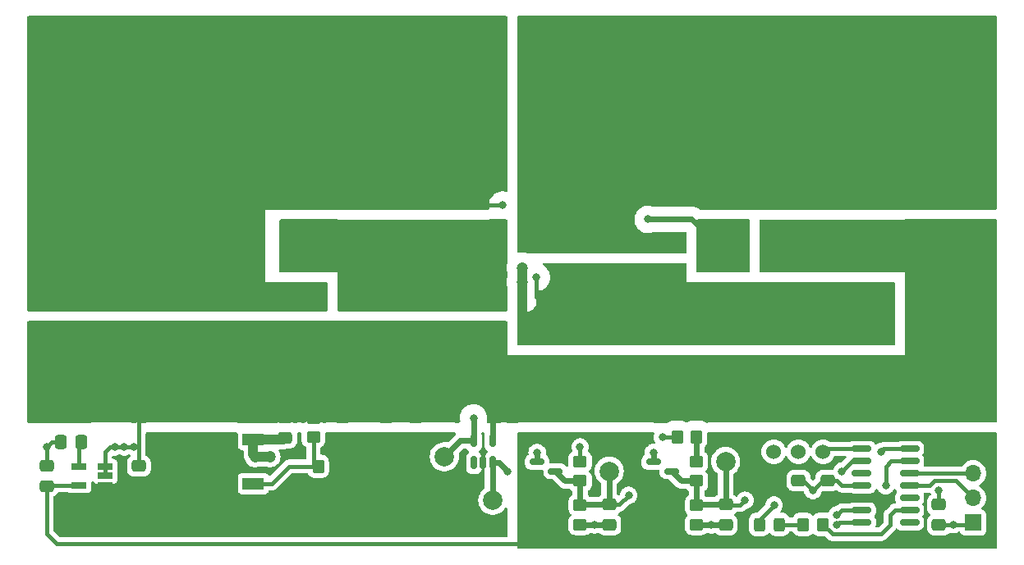
<source format=gbr>
%TF.GenerationSoftware,KiCad,Pcbnew,6.99.0-unknown-484fabf336~148~ubuntu20.04.1*%
%TF.CreationDate,2022-05-02T21:27:03+02:00*%
%TF.ProjectId,optimizer,6f707469-6d69-47a6-9572-2e6b69636164,rev?*%
%TF.SameCoordinates,Original*%
%TF.FileFunction,Copper,L1,Top*%
%TF.FilePolarity,Positive*%
%FSLAX46Y46*%
G04 Gerber Fmt 4.6, Leading zero omitted, Abs format (unit mm)*
G04 Created by KiCad (PCBNEW 6.99.0-unknown-484fabf336~148~ubuntu20.04.1) date 2022-05-02 21:27:03*
%MOMM*%
%LPD*%
G01*
G04 APERTURE LIST*
G04 Aperture macros list*
%AMRoundRect*
0 Rectangle with rounded corners*
0 $1 Rounding radius*
0 $2 $3 $4 $5 $6 $7 $8 $9 X,Y pos of 4 corners*
0 Add a 4 corners polygon primitive as box body*
4,1,4,$2,$3,$4,$5,$6,$7,$8,$9,$2,$3,0*
0 Add four circle primitives for the rounded corners*
1,1,$1+$1,$2,$3*
1,1,$1+$1,$4,$5*
1,1,$1+$1,$6,$7*
1,1,$1+$1,$8,$9*
0 Add four rect primitives between the rounded corners*
20,1,$1+$1,$2,$3,$4,$5,0*
20,1,$1+$1,$4,$5,$6,$7,0*
20,1,$1+$1,$6,$7,$8,$9,0*
20,1,$1+$1,$8,$9,$2,$3,0*%
G04 Aperture macros list end*
%TA.AperFunction,EtchedComponent*%
%ADD10C,0.400000*%
%TD*%
%TA.AperFunction,EtchedComponent*%
%ADD11C,1.000000*%
%TD*%
%TA.AperFunction,SMDPad,CuDef*%
%ADD12RoundRect,0.250000X0.475000X-0.337500X0.475000X0.337500X-0.475000X0.337500X-0.475000X-0.337500X0*%
%TD*%
%TA.AperFunction,SMDPad,CuDef*%
%ADD13RoundRect,0.250000X0.650000X-0.412500X0.650000X0.412500X-0.650000X0.412500X-0.650000X-0.412500X0*%
%TD*%
%TA.AperFunction,SMDPad,CuDef*%
%ADD14R,0.400000X0.400000*%
%TD*%
%TA.AperFunction,SMDPad,CuDef*%
%ADD15RoundRect,0.250000X0.450000X-0.350000X0.450000X0.350000X-0.450000X0.350000X-0.450000X-0.350000X0*%
%TD*%
%TA.AperFunction,SMDPad,CuDef*%
%ADD16RoundRect,0.250000X-0.350000X-0.450000X0.350000X-0.450000X0.350000X0.450000X-0.350000X0.450000X0*%
%TD*%
%TA.AperFunction,SMDPad,CuDef*%
%ADD17R,1.100000X4.600000*%
%TD*%
%TA.AperFunction,SMDPad,CuDef*%
%ADD18R,10.800000X9.400000*%
%TD*%
%TA.AperFunction,SMDPad,CuDef*%
%ADD19RoundRect,0.150000X-0.587500X-0.150000X0.587500X-0.150000X0.587500X0.150000X-0.587500X0.150000X0*%
%TD*%
%TA.AperFunction,SMDPad,CuDef*%
%ADD20C,2.000000*%
%TD*%
%TA.AperFunction,SMDPad,CuDef*%
%ADD21RoundRect,0.250000X0.350000X0.450000X-0.350000X0.450000X-0.350000X-0.450000X0.350000X-0.450000X0*%
%TD*%
%TA.AperFunction,ComponentPad*%
%ADD22C,5.500000*%
%TD*%
%TA.AperFunction,SMDPad,CuDef*%
%ADD23RoundRect,0.250000X-0.475000X0.337500X-0.475000X-0.337500X0.475000X-0.337500X0.475000X0.337500X0*%
%TD*%
%TA.AperFunction,SMDPad,CuDef*%
%ADD24RoundRect,0.250000X-0.325000X-0.450000X0.325000X-0.450000X0.325000X0.450000X-0.325000X0.450000X0*%
%TD*%
%TA.AperFunction,ComponentPad*%
%ADD25C,1.524000*%
%TD*%
%TA.AperFunction,SMDPad,CuDef*%
%ADD26R,1.000000X1.000000*%
%TD*%
%TA.AperFunction,SMDPad,CuDef*%
%ADD27R,2.200000X1.200000*%
%TD*%
%TA.AperFunction,SMDPad,CuDef*%
%ADD28R,6.400000X5.800000*%
%TD*%
%TA.AperFunction,SMDPad,CuDef*%
%ADD29R,5.400000X2.900000*%
%TD*%
%TA.AperFunction,SMDPad,CuDef*%
%ADD30RoundRect,0.250000X-0.450000X0.350000X-0.450000X-0.350000X0.450000X-0.350000X0.450000X0.350000X0*%
%TD*%
%TA.AperFunction,SMDPad,CuDef*%
%ADD31RoundRect,0.150000X0.150000X-0.512500X0.150000X0.512500X-0.150000X0.512500X-0.150000X-0.512500X0*%
%TD*%
%TA.AperFunction,SMDPad,CuDef*%
%ADD32RoundRect,0.150000X0.825000X0.150000X-0.825000X0.150000X-0.825000X-0.150000X0.825000X-0.150000X0*%
%TD*%
%TA.AperFunction,SMDPad,CuDef*%
%ADD33RoundRect,0.250000X0.337500X0.475000X-0.337500X0.475000X-0.337500X-0.475000X0.337500X-0.475000X0*%
%TD*%
%TA.AperFunction,SMDPad,CuDef*%
%ADD34RoundRect,0.250000X0.412500X0.650000X-0.412500X0.650000X-0.412500X-0.650000X0.412500X-0.650000X0*%
%TD*%
%TA.AperFunction,SMDPad,CuDef*%
%ADD35R,1.560000X0.650000*%
%TD*%
%TA.AperFunction,ComponentPad*%
%ADD36R,1.700000X1.700000*%
%TD*%
%TA.AperFunction,ComponentPad*%
%ADD37O,1.700000X1.700000*%
%TD*%
%TA.AperFunction,ViaPad*%
%ADD38C,1.200000*%
%TD*%
%TA.AperFunction,ViaPad*%
%ADD39C,0.800000*%
%TD*%
%TA.AperFunction,Conductor*%
%ADD40C,0.600000*%
%TD*%
%TA.AperFunction,Conductor*%
%ADD41C,1.000000*%
%TD*%
%TA.AperFunction,Conductor*%
%ADD42C,0.400000*%
%TD*%
G04 APERTURE END LIST*
D10*
%TO.C,NT2*%
X121500000Y-133000000D02*
X121500000Y-132000000D01*
%TO.C,NT4*%
X158000000Y-109500000D02*
X159000000Y-109500000D01*
D11*
%TO.C,NT1*%
X161000000Y-120500000D02*
X161000000Y-119500000D01*
D10*
%TO.C,NT3*%
X162500000Y-118000000D02*
X162500000Y-117000000D01*
%TD*%
D12*
%TO.P,C30,1*%
%TO.N,+3V3*%
X192500000Y-140037500D03*
%TO.P,C30,2*%
%TO.N,GND*%
X192500000Y-137962500D03*
%TD*%
D13*
%TO.P,C10,1*%
%TO.N,/PWR_GND*%
X166000000Y-126000000D03*
%TO.P,C10,2*%
%TO.N,/PWR_IN*%
X166000000Y-122875000D03*
%TD*%
D14*
%TO.P,NT2,1,1*%
%TO.N,GND*%
X121499999Y-133199999D03*
%TO.P,NT2,2,2*%
%TO.N,/PWR_GND*%
X121499999Y-131799999D03*
%TD*%
D13*
%TO.P,C18,1*%
%TO.N,/PWR_GND*%
X137000000Y-122562500D03*
%TO.P,C18,2*%
%TO.N,/PWR_OUT*%
X137000000Y-119437500D03*
%TD*%
D15*
%TO.P,R3,1*%
%TO.N,Net-(U2-ADJ)*%
X139500000Y-133500000D03*
%TO.P,R3,2*%
%TO.N,/PWR_GND*%
X139500000Y-131500000D03*
%TD*%
D16*
%TO.P,R6,1*%
%TO.N,/V_OUT_FULL*%
X177000000Y-133500000D03*
%TO.P,R6,2*%
%TO.N,Net-(R6-Pad2)*%
X179000000Y-133500000D03*
%TD*%
D12*
%TO.P,C14,1*%
%TO.N,+12V*%
X142500000Y-133537500D03*
%TO.P,C14,2*%
%TO.N,/PWR_GND*%
X142500000Y-131462500D03*
%TD*%
%TO.P,C31,1*%
%TO.N,+3V3*%
X189500000Y-140037500D03*
%TO.P,C31,2*%
%TO.N,GND*%
X189500000Y-137962500D03*
%TD*%
D17*
%TO.P,D1,1,K*%
%TO.N,/PWR_OUT*%
X132459999Y-114149999D03*
D18*
X134999999Y-104999999D03*
D17*
%TO.P,D1,2,A*%
%TO.N,/PWR_PATH2*%
X137539999Y-114149999D03*
%TD*%
D13*
%TO.P,C24,1*%
%TO.N,/PWR_GND*%
X119000000Y-122562500D03*
%TO.P,C24,2*%
%TO.N,/PWR_OUT*%
X119000000Y-119437500D03*
%TD*%
D19*
%TO.P,D4,1*%
%TO.N,GND*%
X174562500Y-136050000D03*
%TO.P,D4,2*%
%TO.N,+3V3*%
X174562500Y-137950000D03*
%TO.P,D4,3*%
%TO.N,/V_OUT_SCALE*%
X176437500Y-137000000D03*
%TD*%
D13*
%TO.P,C25,1*%
%TO.N,/PWR_GND*%
X116000000Y-122562500D03*
%TO.P,C25,2*%
%TO.N,/PWR_OUT*%
X116000000Y-119437500D03*
%TD*%
D20*
%TO.P,TP4,1,1*%
%TO.N,/V_OUT_SCALE*%
X182000000Y-136000000D03*
%TD*%
D13*
%TO.P,C4,1*%
%TO.N,/PWR_GND*%
X184000000Y-126000000D03*
%TO.P,C4,2*%
%TO.N,/PWR_IN*%
X184000000Y-122875000D03*
%TD*%
%TO.P,C20,1*%
%TO.N,/PWR_GND*%
X131000000Y-122562500D03*
%TO.P,C20,2*%
%TO.N,/PWR_OUT*%
X131000000Y-119437500D03*
%TD*%
D21*
%TO.P,R2,1*%
%TO.N,+12V*%
X142000000Y-136500000D03*
%TO.P,R2,2*%
%TO.N,Net-(U2-ADJ)*%
X140000000Y-136500000D03*
%TD*%
D12*
%TO.P,C29,1*%
%TO.N,GND*%
X204000000Y-142537500D03*
%TO.P,C29,2*%
%TO.N,Net-(U4-PA28/~{RST})*%
X204000000Y-140462500D03*
%TD*%
D14*
%TO.P,NT4,1,1*%
%TO.N,/PWR_OUT*%
X157799999Y-109499999D03*
%TO.P,NT4,2,2*%
%TO.N,/V_OUT_FULL*%
X159199999Y-109499999D03*
%TD*%
D13*
%TO.P,C7,1*%
%TO.N,/PWR_GND*%
X175000000Y-126000000D03*
%TO.P,C7,2*%
%TO.N,/PWR_IN*%
X175000000Y-122875000D03*
%TD*%
D21*
%TO.P,R5,1*%
%TO.N,/LED*%
X192000000Y-142500000D03*
%TO.P,R5,2*%
%TO.N,Net-(D2-A)*%
X190000000Y-142500000D03*
%TD*%
D22*
%TO.P,J5,1,Pin_1*%
%TO.N,/PWR_OUT*%
X125000000Y-114500000D03*
%TD*%
D23*
%TO.P,C32,1*%
%TO.N,/V_IN_SCALE*%
X170000000Y-140462500D03*
%TO.P,C32,2*%
%TO.N,GND*%
X170000000Y-142537500D03*
%TD*%
D24*
%TO.P,D2,1,K*%
%TO.N,GND*%
X185475000Y-142500000D03*
%TO.P,D2,2,A*%
%TO.N,Net-(D2-A)*%
X187525000Y-142500000D03*
%TD*%
D13*
%TO.P,C6,1*%
%TO.N,/PWR_GND*%
X178000000Y-126000000D03*
%TO.P,C6,2*%
%TO.N,/PWR_IN*%
X178000000Y-122875000D03*
%TD*%
D25*
%TO.P,X1,1,SWDIO*%
%TO.N,Net-(U4-PA31/SWDIO)*%
X192040000Y-135000000D03*
%TO.P,X1,2,GND*%
%TO.N,GND*%
X189500000Y-135000000D03*
%TO.P,X1,3,SWCLK*%
%TO.N,Net-(U4-PA30/SWCLK)*%
X186960000Y-135000000D03*
%TD*%
D13*
%TO.P,C26,1*%
%TO.N,/PWR_GND*%
X113000000Y-122562500D03*
%TO.P,C26,2*%
%TO.N,/PWR_OUT*%
X113000000Y-119437500D03*
%TD*%
D12*
%TO.P,C28,1*%
%TO.N,+3V3*%
X112000000Y-138537500D03*
%TO.P,C28,2*%
%TO.N,GND*%
X112000000Y-136462500D03*
%TD*%
D26*
%TO.P,NT1,1,1*%
%TO.N,/PWR_IN*%
X160999999Y-120999999D03*
%TO.P,NT1,2,2*%
%TO.N,/SWITCH_PATH1*%
X160999999Y-118999999D03*
%TD*%
D27*
%TO.P,U2,1,ADJ*%
%TO.N,Net-(U2-ADJ)*%
X133299999Y-138279999D03*
D28*
%TO.P,U2,2,VO*%
%TO.N,+12V*%
X126999999Y-135999999D03*
D27*
%TO.P,U2,3,VI*%
%TO.N,/SWITCH_PATH1*%
X133299999Y-133719999D03*
%TD*%
D13*
%TO.P,C3,1*%
%TO.N,/PWR_GND*%
X187000000Y-126000000D03*
%TO.P,C3,2*%
%TO.N,/PWR_IN*%
X187000000Y-122875000D03*
%TD*%
D23*
%TO.P,C33,1*%
%TO.N,/V_OUT_SCALE*%
X182000000Y-140462500D03*
%TO.P,C33,2*%
%TO.N,GND*%
X182000000Y-142537500D03*
%TD*%
D12*
%TO.P,C1,1*%
%TO.N,/SWITCH_PATH1*%
X136600000Y-133537500D03*
%TO.P,C1,2*%
%TO.N,/PWR_GND*%
X136600000Y-131462500D03*
%TD*%
D29*
%TO.P,L1,1,1*%
%TO.N,/PWR_IN*%
X169999999Y-117949999D03*
%TO.P,L1,2,2*%
%TO.N,/PWR_PATH1*%
X169999999Y-108049999D03*
%TD*%
D13*
%TO.P,C8,1*%
%TO.N,/PWR_GND*%
X172000000Y-126000000D03*
%TO.P,C8,2*%
%TO.N,/PWR_IN*%
X172000000Y-122875000D03*
%TD*%
%TO.P,C23,1*%
%TO.N,/PWR_GND*%
X122000000Y-122562500D03*
%TO.P,C23,2*%
%TO.N,/PWR_OUT*%
X122000000Y-119437500D03*
%TD*%
D22*
%TO.P,J2,1,Pin_1*%
%TO.N,/PWR_IN*%
X196000000Y-120750000D03*
%TD*%
D12*
%TO.P,C13,1*%
%TO.N,+12V*%
X147000000Y-133537500D03*
%TO.P,C13,2*%
%TO.N,/PWR_GND*%
X147000000Y-131462500D03*
%TD*%
D20*
%TO.P,TP3,1,1*%
%TO.N,/SWITCH_PATH2*%
X153000000Y-135500000D03*
%TD*%
D30*
%TO.P,R7,1*%
%TO.N,Net-(R6-Pad2)*%
X179000000Y-136000000D03*
%TO.P,R7,2*%
%TO.N,/V_OUT_SCALE*%
X179000000Y-138000000D03*
%TD*%
D13*
%TO.P,C17,1*%
%TO.N,/PWR_GND*%
X140000000Y-122562500D03*
%TO.P,C17,2*%
%TO.N,/PWR_OUT*%
X140000000Y-119437500D03*
%TD*%
D29*
%TO.P,L2,1,1*%
%TO.N,/PWR_PATH2*%
X149999999Y-113049999D03*
%TO.P,L2,2,2*%
%TO.N,/PWR_GND*%
X149999999Y-122949999D03*
%TD*%
D12*
%TO.P,C15,1*%
%TO.N,+12V*%
X121500000Y-138537500D03*
%TO.P,C15,2*%
%TO.N,GND*%
X121500000Y-136462500D03*
%TD*%
D19*
%TO.P,D3,1*%
%TO.N,GND*%
X162562500Y-136050000D03*
%TO.P,D3,2*%
%TO.N,+3V3*%
X162562500Y-137950000D03*
%TO.P,D3,3*%
%TO.N,/V_IN_SCALE*%
X164437500Y-137000000D03*
%TD*%
D31*
%TO.P,U1,1,NC*%
%TO.N,unconnected-(U1-NC)*%
X156050000Y-136137500D03*
%TO.P,U1,2,Vdd*%
%TO.N,+12V*%
X157000000Y-136137500D03*
%TO.P,U1,3,IN*%
%TO.N,/GATE*%
X157950000Y-136137500D03*
%TO.P,U1,4,GND*%
%TO.N,/PWR_GND*%
X157950000Y-133862500D03*
%TO.P,U1,5,OUT*%
%TO.N,/SWITCH_PATH2*%
X156050000Y-133862500D03*
%TD*%
D13*
%TO.P,C21,1*%
%TO.N,/PWR_GND*%
X128000000Y-122562500D03*
%TO.P,C21,2*%
%TO.N,/PWR_OUT*%
X128000000Y-119437500D03*
%TD*%
%TO.P,C22,1*%
%TO.N,/PWR_GND*%
X125000000Y-122562500D03*
%TO.P,C22,2*%
%TO.N,/PWR_OUT*%
X125000000Y-119437500D03*
%TD*%
D12*
%TO.P,C12,1*%
%TO.N,+12V*%
X150000000Y-133537500D03*
%TO.P,C12,2*%
%TO.N,/PWR_GND*%
X150000000Y-131462500D03*
%TD*%
D20*
%TO.P,TP2,1,1*%
%TO.N,/V_IN_SCALE*%
X170000000Y-137000000D03*
%TD*%
D30*
%TO.P,R8,1*%
%TO.N,/V_OUT_SCALE*%
X179000000Y-140500000D03*
%TO.P,R8,2*%
%TO.N,GND*%
X179000000Y-142500000D03*
%TD*%
D32*
%TO.P,U4,1,PA05*%
%TO.N,unconnected-(U4-PA05)*%
X200975000Y-142310000D03*
%TO.P,U4,2,PA08/XIN*%
%TO.N,/LED*%
X200975000Y-141040000D03*
%TO.P,U4,3,PA09/XOUT*%
%TO.N,unconnected-(U4-PA09/XOUT)*%
X200975000Y-139770000D03*
%TO.P,U4,4,PA14*%
%TO.N,/TELEMETRY_1*%
X200975000Y-138500000D03*
%TO.P,U4,5,PA15*%
%TO.N,/TELEMETRY_2*%
X200975000Y-137230000D03*
%TO.P,U4,6,PA28/~{RST}*%
%TO.N,Net-(U4-PA28/~{RST})*%
X200975000Y-135960000D03*
%TO.P,U4,7,PA30/SWCLK*%
%TO.N,Net-(U4-PA30/SWCLK)*%
X200975000Y-134690000D03*
%TO.P,U4,8,PA31/SWDIO*%
%TO.N,Net-(U4-PA31/SWDIO)*%
X196025000Y-134690000D03*
%TO.P,U4,9,PA24*%
%TO.N,/GATE*%
X196025000Y-135960000D03*
%TO.P,U4,10,PA25*%
%TO.N,unconnected-(U4-PA25)*%
X196025000Y-137230000D03*
%TO.P,U4,11,GND*%
%TO.N,GND*%
X196025000Y-138500000D03*
%TO.P,U4,12,VDD*%
%TO.N,+3V3*%
X196025000Y-139770000D03*
%TO.P,U4,13,PA02*%
%TO.N,/V_IN_SCALE*%
X196025000Y-141040000D03*
%TO.P,U4,14,PA04*%
%TO.N,/V_OUT_SCALE*%
X196025000Y-142310000D03*
%TD*%
D13*
%TO.P,C11,1*%
%TO.N,/PWR_GND*%
X163000000Y-126000000D03*
%TO.P,C11,2*%
%TO.N,/PWR_IN*%
X163000000Y-122875000D03*
%TD*%
%TO.P,C5,1*%
%TO.N,/PWR_GND*%
X181000000Y-126000000D03*
%TO.P,C5,2*%
%TO.N,/PWR_IN*%
X181000000Y-122875000D03*
%TD*%
D33*
%TO.P,C27,1*%
%TO.N,Net-(U3-BP)*%
X115537500Y-134000000D03*
%TO.P,C27,2*%
%TO.N,GND*%
X113462500Y-134000000D03*
%TD*%
D14*
%TO.P,NT3,1,1*%
%TO.N,/PWR_IN*%
X162499999Y-118199999D03*
%TO.P,NT3,2,2*%
%TO.N,/V_IN_FULL*%
X162499999Y-116799999D03*
%TD*%
D17*
%TO.P,Q1,1,G*%
%TO.N,/SWITCH_PATH2*%
X182459999Y-114149999D03*
D18*
%TO.P,Q1,2,D*%
%TO.N,/PWR_PATH1*%
X184999999Y-104999999D03*
D17*
%TO.P,Q1,3,S*%
%TO.N,/PWR_GND*%
X187539999Y-114149999D03*
%TD*%
D34*
%TO.P,C16,1*%
%TO.N,/PWR_PATH1*%
X161562500Y-113000000D03*
%TO.P,C16,2*%
%TO.N,/PWR_PATH2*%
X158437500Y-113000000D03*
%TD*%
D13*
%TO.P,C19,1*%
%TO.N,/PWR_GND*%
X134000000Y-122562500D03*
%TO.P,C19,2*%
%TO.N,/PWR_OUT*%
X134000000Y-119437500D03*
%TD*%
D35*
%TO.P,U3,1,VIN*%
%TO.N,+12V*%
X118024999Y-138449999D03*
%TO.P,U3,2,GND*%
%TO.N,GND*%
X118024999Y-137499999D03*
%TO.P,U3,3,EN*%
X118024999Y-136549999D03*
%TO.P,U3,4,BP*%
%TO.N,Net-(U3-BP)*%
X115324999Y-136549999D03*
%TO.P,U3,5,VOUT*%
%TO.N,+3V3*%
X115324999Y-138449999D03*
%TD*%
D30*
%TO.P,R4,1*%
%TO.N,/V_IN_SCALE*%
X167000000Y-140500000D03*
%TO.P,R4,2*%
%TO.N,GND*%
X167000000Y-142500000D03*
%TD*%
D22*
%TO.P,J4,1,Pin_1*%
%TO.N,/PWR_GND*%
X125000000Y-127500000D03*
%TD*%
D30*
%TO.P,R1,1*%
%TO.N,/V_IN_FULL*%
X167000000Y-136000000D03*
%TO.P,R1,2*%
%TO.N,/V_IN_SCALE*%
X167000000Y-138000000D03*
%TD*%
D36*
%TO.P,J1,1,Pin_1*%
%TO.N,GND*%
X207499999Y-142299999D03*
D37*
%TO.P,J1,2,Pin_2*%
%TO.N,/TELEMETRY_1*%
X207499999Y-139759999D03*
%TO.P,J1,3,Pin_3*%
%TO.N,/TELEMETRY_2*%
X207499999Y-137219999D03*
%TO.P,J1,4,Pin_4*%
%TO.N,+3V3*%
X207499999Y-134679999D03*
%TD*%
D20*
%TO.P,TP1,1,1*%
%TO.N,/GATE*%
X158000000Y-140000000D03*
%TD*%
D13*
%TO.P,C2,1*%
%TO.N,/PWR_GND*%
X190000000Y-126000000D03*
%TO.P,C2,2*%
%TO.N,/PWR_IN*%
X190000000Y-122875000D03*
%TD*%
%TO.P,C9,1*%
%TO.N,/PWR_GND*%
X169000000Y-126000000D03*
%TO.P,C9,2*%
%TO.N,/PWR_IN*%
X169000000Y-122875000D03*
%TD*%
D22*
%TO.P,J3,1,Pin_1*%
%TO.N,/PWR_GND*%
X196000000Y-128500000D03*
%TD*%
D38*
%TO.N,/PWR_PATH1*%
X178000000Y-104000000D03*
X178000000Y-101000000D03*
%TO.N,/PWR_OUT*%
X142000000Y-107000000D03*
X142000000Y-104000000D03*
X142000000Y-101000000D03*
%TO.N,/SWITCH_PATH1*%
X135000000Y-135500000D03*
X161000000Y-117500000D03*
X161000000Y-116000000D03*
X133500000Y-135500000D03*
D39*
%TO.N,GND*%
X162562500Y-135062500D03*
X119000000Y-134500000D03*
X112000000Y-134500000D03*
X121000000Y-134500000D03*
X174562500Y-135062500D03*
X191000000Y-139000000D03*
X168462500Y-142537500D03*
X187000000Y-140500000D03*
X120000000Y-134500000D03*
X180537500Y-142537500D03*
X205500000Y-142500000D03*
%TO.N,Net-(U4-PA28/~{RST})*%
X198500000Y-138500000D03*
X204000000Y-139000000D03*
%TO.N,/V_IN_SCALE*%
X172000000Y-139500000D03*
X193500000Y-141500000D03*
%TO.N,/V_OUT_SCALE*%
X193500000Y-142500000D03*
X184000000Y-140000000D03*
%TO.N,/SWITCH_PATH2*%
X174000000Y-111000000D03*
X156000000Y-131500000D03*
%TO.N,/GATE*%
X159500000Y-137000000D03*
X194000000Y-137000000D03*
%TO.N,Net-(U4-PA30/SWCLK)*%
X198000000Y-135000000D03*
%TO.N,/V_IN_FULL*%
X162500000Y-117000000D03*
X167000000Y-134500000D03*
D38*
%TO.N,/PWR_OUT*%
X118000000Y-92000000D03*
X133000000Y-98000000D03*
X145000000Y-92000000D03*
X121000000Y-98000000D03*
X157000000Y-92000000D03*
X151000000Y-107000000D03*
X118000000Y-101000000D03*
X148000000Y-92000000D03*
X154000000Y-92000000D03*
X127000000Y-101000000D03*
X130000000Y-92000000D03*
X121000000Y-101000000D03*
X124000000Y-98000000D03*
X127000000Y-104000000D03*
X115000000Y-107000000D03*
X121000000Y-92000000D03*
X157000000Y-95000000D03*
X112000000Y-92000000D03*
X157000000Y-104000000D03*
X136000000Y-92000000D03*
X139000000Y-92000000D03*
X142000000Y-95000000D03*
X151000000Y-98000000D03*
X115000000Y-95000000D03*
X154000000Y-98000000D03*
X151000000Y-104000000D03*
X139000000Y-98000000D03*
X112000000Y-95000000D03*
X115000000Y-104000000D03*
X145000000Y-95000000D03*
X124000000Y-107000000D03*
X127000000Y-98000000D03*
X136000000Y-95000000D03*
X124000000Y-92000000D03*
X145000000Y-101000000D03*
X139000000Y-95000000D03*
X157000000Y-98000000D03*
X127000000Y-95000000D03*
X154000000Y-95000000D03*
X118000000Y-95000000D03*
X127000000Y-107000000D03*
X112000000Y-104000000D03*
X121000000Y-107000000D03*
X118000000Y-107000000D03*
X112000000Y-107000000D03*
X118000000Y-98000000D03*
X157000000Y-101000000D03*
X121000000Y-95000000D03*
X112000000Y-98000000D03*
X130000000Y-95000000D03*
X154000000Y-101000000D03*
X115000000Y-92000000D03*
X133000000Y-95000000D03*
X151000000Y-92000000D03*
X142000000Y-98000000D03*
X121000000Y-104000000D03*
X124000000Y-104000000D03*
X133000000Y-92000000D03*
X112000000Y-101000000D03*
X142000000Y-92000000D03*
X148000000Y-98000000D03*
X151000000Y-101000000D03*
X145000000Y-107000000D03*
X148000000Y-101000000D03*
X148000000Y-107000000D03*
X157000000Y-107000000D03*
X154000000Y-107000000D03*
X136000000Y-98000000D03*
X130000000Y-98000000D03*
X124000000Y-101000000D03*
X145000000Y-98000000D03*
X151000000Y-95000000D03*
X115000000Y-98000000D03*
X118000000Y-104000000D03*
X148000000Y-104000000D03*
X124000000Y-95000000D03*
X148000000Y-95000000D03*
X154000000Y-104000000D03*
X145000000Y-104000000D03*
X115000000Y-101000000D03*
X127000000Y-92000000D03*
D39*
%TO.N,/V_OUT_FULL*%
X159000000Y-109500000D03*
X175500000Y-133500000D03*
D38*
%TO.N,/PWR_PATH1*%
X163000000Y-95000000D03*
X205000000Y-98000000D03*
X193000000Y-107000000D03*
X181000000Y-92000000D03*
X175000000Y-95000000D03*
X193000000Y-104000000D03*
X169000000Y-95000000D03*
X208000000Y-104000000D03*
X172000000Y-95000000D03*
X169000000Y-104000000D03*
X184000000Y-95000000D03*
X205000000Y-104000000D03*
X175000000Y-92000000D03*
X166000000Y-101000000D03*
X202000000Y-104000000D03*
X193000000Y-92000000D03*
X202000000Y-107000000D03*
X199000000Y-104000000D03*
X184000000Y-92000000D03*
X196000000Y-95000000D03*
X184000000Y-98000000D03*
X172000000Y-98000000D03*
X163000000Y-92000000D03*
X196000000Y-107000000D03*
X193000000Y-95000000D03*
X187000000Y-92000000D03*
X202000000Y-92000000D03*
X175000000Y-104000000D03*
X187000000Y-95000000D03*
X166000000Y-104000000D03*
X196000000Y-104000000D03*
X208000000Y-98000000D03*
X202000000Y-98000000D03*
X178000000Y-95000000D03*
X199000000Y-107000000D03*
X169000000Y-92000000D03*
X205000000Y-95000000D03*
X163000000Y-101000000D03*
X172000000Y-104000000D03*
X163000000Y-98000000D03*
X181000000Y-98000000D03*
X178000000Y-92000000D03*
X196000000Y-98000000D03*
X208000000Y-92000000D03*
X169000000Y-101000000D03*
X199000000Y-95000000D03*
X196000000Y-101000000D03*
X208000000Y-101000000D03*
X193000000Y-101000000D03*
X169000000Y-98000000D03*
X196000000Y-92000000D03*
X175000000Y-101000000D03*
X166000000Y-95000000D03*
X193000000Y-98000000D03*
X166000000Y-98000000D03*
X181000000Y-95000000D03*
X172000000Y-101000000D03*
X187000000Y-98000000D03*
X208000000Y-95000000D03*
X199000000Y-92000000D03*
X205000000Y-92000000D03*
X199000000Y-98000000D03*
X190000000Y-98000000D03*
X172000000Y-92000000D03*
X190000000Y-95000000D03*
X166000000Y-92000000D03*
X163000000Y-104000000D03*
X175000000Y-98000000D03*
X190000000Y-92000000D03*
X205000000Y-101000000D03*
X208000000Y-107000000D03*
X199000000Y-101000000D03*
X202000000Y-101000000D03*
X205000000Y-107000000D03*
X178000000Y-98000000D03*
X202000000Y-95000000D03*
%TD*%
D40*
%TO.N,/V_OUT_SCALE*%
X182000000Y-140462500D02*
X182000000Y-136000000D01*
D41*
%TO.N,/SWITCH_PATH1*%
X133500000Y-135500000D02*
X135000000Y-135500000D01*
X133300000Y-133720000D02*
X133300000Y-135300000D01*
X161000000Y-119000000D02*
X161000000Y-117500000D01*
X161000000Y-117500000D02*
X161000000Y-116000000D01*
X136417500Y-133720000D02*
X136600000Y-133537500D01*
X133300000Y-135300000D02*
X133500000Y-135500000D01*
X133300000Y-133720000D02*
X136417500Y-133720000D01*
D42*
%TO.N,GND*%
X118500000Y-134500000D02*
X118025000Y-134975000D01*
X112000000Y-134500000D02*
X112000000Y-136462500D01*
D40*
X174562500Y-136050000D02*
X174562500Y-135062500D01*
D42*
X207300000Y-142500000D02*
X207500000Y-142300000D01*
X194000000Y-138500000D02*
X193462500Y-137962500D01*
X191000000Y-139000000D02*
X192037500Y-137962500D01*
X121500000Y-134500000D02*
X121500000Y-133200000D01*
D40*
X162562500Y-136050000D02*
X162562500Y-135062500D01*
D42*
X121500000Y-134500000D02*
X118500000Y-134500000D01*
X196025000Y-138500000D02*
X194000000Y-138500000D01*
X189500000Y-137962500D02*
X189962500Y-137962500D01*
D40*
X179037500Y-142537500D02*
X179000000Y-142500000D01*
D42*
X121500000Y-136462500D02*
X121500000Y-134500000D01*
X118025000Y-134975000D02*
X118025000Y-136550000D01*
X205500000Y-142500000D02*
X207300000Y-142500000D01*
D40*
X167037500Y-142537500D02*
X167000000Y-142500000D01*
D42*
X112500000Y-134000000D02*
X113462500Y-134000000D01*
X112000000Y-134500000D02*
X112500000Y-134000000D01*
D40*
X170000000Y-142537500D02*
X167037500Y-142537500D01*
D42*
X193462500Y-137962500D02*
X192500000Y-137962500D01*
X185475000Y-142500000D02*
X185475000Y-142025000D01*
X205462500Y-142537500D02*
X205500000Y-142500000D01*
X192037500Y-137962500D02*
X192500000Y-137962500D01*
X189962500Y-137962500D02*
X191000000Y-139000000D01*
X204000000Y-142537500D02*
X205462500Y-142537500D01*
D40*
X182000000Y-142537500D02*
X179037500Y-142537500D01*
D42*
X118025000Y-136550000D02*
X118025000Y-137500000D01*
X185475000Y-142025000D02*
X187000000Y-140500000D01*
D41*
%TO.N,+12V*%
X142500000Y-133537500D02*
X142500000Y-136000000D01*
X142500000Y-136000000D02*
X142000000Y-136500000D01*
X150000000Y-133537500D02*
X147000000Y-133537500D01*
X121500000Y-138537500D02*
X121500000Y-140000000D01*
D40*
X118025000Y-138450000D02*
X118025000Y-139975000D01*
D42*
%TO.N,Net-(U3-BP)*%
X115325000Y-136550000D02*
X115325000Y-134212500D01*
X115325000Y-134212500D02*
X115537500Y-134000000D01*
%TO.N,+3V3*%
X112000000Y-138537500D02*
X112000000Y-143500000D01*
X115325000Y-138450000D02*
X112087500Y-138450000D01*
X113000000Y-144500000D02*
X161500000Y-144500000D01*
X112000000Y-143500000D02*
X113000000Y-144500000D01*
X112087500Y-138450000D02*
X112000000Y-138537500D01*
%TO.N,Net-(U4-PA28/~{RST})*%
X204000000Y-140462500D02*
X204000000Y-139000000D01*
X198500000Y-138500000D02*
X198500000Y-136500000D01*
X198500000Y-136500000D02*
X199040000Y-135960000D01*
X199040000Y-135960000D02*
X200975000Y-135960000D01*
%TO.N,Net-(D2-A)*%
X187525000Y-142500000D02*
X190000000Y-142500000D01*
D40*
%TO.N,/V_IN_SCALE*%
X167000000Y-140500000D02*
X167000000Y-138000000D01*
D42*
X172000000Y-139500000D02*
X171037500Y-140462500D01*
D40*
X167000000Y-138000000D02*
X165437500Y-138000000D01*
D42*
X193960000Y-141040000D02*
X193500000Y-141500000D01*
X194460000Y-141040000D02*
X193960000Y-141040000D01*
D40*
X170000000Y-140462500D02*
X167037500Y-140462500D01*
X167037500Y-140462500D02*
X167000000Y-140500000D01*
D42*
X171037500Y-140462500D02*
X170000000Y-140462500D01*
D40*
X165437500Y-138000000D02*
X164437500Y-137000000D01*
X170000000Y-140462500D02*
X170000000Y-137000000D01*
D42*
X196025000Y-141040000D02*
X194460000Y-141040000D01*
D40*
%TO.N,/V_OUT_SCALE*%
X179000000Y-140500000D02*
X179000000Y-138000000D01*
D42*
X193690000Y-142310000D02*
X193500000Y-142500000D01*
D40*
X182000000Y-140462500D02*
X179037500Y-140462500D01*
X179037500Y-140462500D02*
X179000000Y-140500000D01*
X179000000Y-138000000D02*
X177437500Y-138000000D01*
X177437500Y-138000000D02*
X176437500Y-137000000D01*
D42*
X196025000Y-142310000D02*
X193690000Y-142310000D01*
X184000000Y-140000000D02*
X183500000Y-140500000D01*
X182037500Y-140500000D02*
X182000000Y-140462500D01*
X183500000Y-140500000D02*
X182037500Y-140500000D01*
D40*
%TO.N,/SWITCH_PATH2*%
X181460000Y-113960000D02*
X181460000Y-114150000D01*
X156000000Y-133812500D02*
X156000000Y-131500000D01*
X178500000Y-111000000D02*
X181460000Y-113960000D01*
X154637500Y-133862500D02*
X153000000Y-135500000D01*
X156050000Y-133862500D02*
X156000000Y-133812500D01*
X156050000Y-133862500D02*
X154637500Y-133862500D01*
X174000000Y-111000000D02*
X178500000Y-111000000D01*
D42*
%TO.N,/TELEMETRY_1*%
X203000000Y-138500000D02*
X203500000Y-138000000D01*
X205740000Y-138000000D02*
X207500000Y-139760000D01*
X200975000Y-138500000D02*
X203000000Y-138500000D01*
X203500000Y-138000000D02*
X205740000Y-138000000D01*
%TO.N,Net-(U2-ADJ)*%
X139500000Y-136500000D02*
X137000000Y-136500000D01*
X135220000Y-138280000D02*
X133300000Y-138280000D01*
X139500000Y-133500000D02*
X139500000Y-136500000D01*
X137000000Y-136500000D02*
X135220000Y-138280000D01*
X140000000Y-136500000D02*
X139500000Y-136500000D01*
%TO.N,/LED*%
X199460000Y-141040000D02*
X200975000Y-141040000D01*
X199000000Y-141500000D02*
X199460000Y-141040000D01*
X198000000Y-143500000D02*
X199000000Y-142500000D01*
X193000000Y-143500000D02*
X198000000Y-143500000D01*
X199000000Y-142500000D02*
X199000000Y-141500000D01*
X192000000Y-142500000D02*
X193000000Y-143500000D01*
D40*
%TO.N,/GATE*%
X157950000Y-139950000D02*
X158000000Y-140000000D01*
X159500000Y-137000000D02*
X158637500Y-136137500D01*
D42*
X194000000Y-137000000D02*
X195040000Y-135960000D01*
D40*
X157950000Y-136137500D02*
X157950000Y-139950000D01*
X158637500Y-136137500D02*
X157950000Y-136137500D01*
D42*
X195040000Y-135960000D02*
X196025000Y-135960000D01*
%TO.N,Net-(U4-PA30/SWCLK)*%
X200975000Y-134690000D02*
X198310000Y-134690000D01*
X198310000Y-134690000D02*
X198000000Y-135000000D01*
%TO.N,Net-(U4-PA31/SWDIO)*%
X192350000Y-134690000D02*
X192040000Y-135000000D01*
X196025000Y-134690000D02*
X192350000Y-134690000D01*
%TO.N,/TELEMETRY_2*%
X207490000Y-137230000D02*
X207500000Y-137220000D01*
X200975000Y-137230000D02*
X207490000Y-137230000D01*
%TO.N,/V_IN_FULL*%
X167000000Y-134500000D02*
X167000000Y-136000000D01*
X162500000Y-116800000D02*
X162500000Y-117000000D01*
%TO.N,/PWR_IN*%
X162500000Y-119000000D02*
X163500000Y-120000000D01*
X162500000Y-118200000D02*
X162500000Y-119000000D01*
D40*
%TO.N,/PWR_GND*%
X157950000Y-133862500D02*
X157950000Y-131550000D01*
D42*
%TO.N,/PWR_OUT*%
X157800000Y-109500000D02*
X156500000Y-109500000D01*
X156500000Y-109500000D02*
X154000000Y-107000000D01*
%TO.N,/V_OUT_FULL*%
X177000000Y-133500000D02*
X175500000Y-133500000D01*
D40*
%TO.N,Net-(R6-Pad2)*%
X179000000Y-136000000D02*
X179000000Y-133500000D01*
%TD*%
%TA.AperFunction,Conductor*%
%TO.N,+3V3*%
G36*
X174610315Y-133020002D02*
G01*
X174656808Y-133073658D01*
X174666912Y-133143932D01*
X174662027Y-133164936D01*
X174614326Y-133311744D01*
X174594540Y-133500000D01*
X174595230Y-133506565D01*
X174609417Y-133641545D01*
X174614326Y-133688256D01*
X174672821Y-133868284D01*
X174676124Y-133874006D01*
X174676125Y-133874007D01*
X174687783Y-133894199D01*
X174732675Y-133971953D01*
X174733279Y-133973000D01*
X174750017Y-134041995D01*
X174726797Y-134109087D01*
X174670990Y-134152974D01*
X174624160Y-134162000D01*
X174467854Y-134162000D01*
X174461401Y-134163372D01*
X174461397Y-134163372D01*
X174380712Y-134180522D01*
X174282697Y-134201356D01*
X174109770Y-134278349D01*
X174104429Y-134282229D01*
X174104428Y-134282230D01*
X174063472Y-134311986D01*
X173956629Y-134389612D01*
X173952216Y-134394514D01*
X173952214Y-134394515D01*
X173863146Y-134493435D01*
X173829967Y-134530284D01*
X173826664Y-134536005D01*
X173739006Y-134687834D01*
X173735321Y-134694216D01*
X173676826Y-134874244D01*
X173676136Y-134880805D01*
X173676136Y-134880807D01*
X173669645Y-134942569D01*
X173657040Y-135062500D01*
X173670188Y-135187593D01*
X173675282Y-135236063D01*
X173662510Y-135305901D01*
X173614113Y-135357684D01*
X173573135Y-135381919D01*
X173456919Y-135498135D01*
X173452885Y-135504956D01*
X173394785Y-135603199D01*
X173373256Y-135639602D01*
X173371045Y-135647214D01*
X173371044Y-135647215D01*
X173353550Y-135707431D01*
X173327402Y-135797431D01*
X173326897Y-135803850D01*
X173324693Y-135831847D01*
X173324692Y-135831860D01*
X173324500Y-135834306D01*
X173324500Y-136265694D01*
X173324692Y-136268140D01*
X173324693Y-136268153D01*
X173325549Y-136279027D01*
X173327402Y-136302569D01*
X173334757Y-136327885D01*
X173368065Y-136442529D01*
X173373256Y-136460398D01*
X173377291Y-136467220D01*
X173377291Y-136467221D01*
X173412836Y-136527325D01*
X173456919Y-136601865D01*
X173573135Y-136718081D01*
X173579956Y-136722115D01*
X173637823Y-136756337D01*
X173714602Y-136801744D01*
X173722214Y-136803955D01*
X173722215Y-136803956D01*
X173790684Y-136823848D01*
X173872431Y-136847598D01*
X173885584Y-136848633D01*
X173906847Y-136850307D01*
X173906860Y-136850308D01*
X173909306Y-136850500D01*
X174510468Y-136850500D01*
X174524576Y-136851292D01*
X174562500Y-136855565D01*
X174569529Y-136854773D01*
X174600425Y-136851292D01*
X174614532Y-136850500D01*
X175073500Y-136850500D01*
X175141621Y-136870502D01*
X175188114Y-136924158D01*
X175199500Y-136976500D01*
X175199500Y-137215694D01*
X175199692Y-137218140D01*
X175199693Y-137218153D01*
X175201367Y-137239416D01*
X175202402Y-137252569D01*
X175248256Y-137410398D01*
X175252291Y-137417220D01*
X175252291Y-137417221D01*
X175297493Y-137493653D01*
X175331919Y-137551865D01*
X175448135Y-137668081D01*
X175454956Y-137672115D01*
X175561026Y-137734844D01*
X175589602Y-137751744D01*
X175597214Y-137753955D01*
X175597215Y-137753956D01*
X175693278Y-137781865D01*
X175747431Y-137797598D01*
X175760584Y-137798633D01*
X175781847Y-137800307D01*
X175781860Y-137800308D01*
X175784306Y-137800500D01*
X176053732Y-137800500D01*
X176121853Y-137820502D01*
X176142827Y-137837405D01*
X176935238Y-138629816D01*
X176967560Y-138650126D01*
X176979074Y-138658296D01*
X177008914Y-138682092D01*
X177043306Y-138698654D01*
X177055666Y-138705486D01*
X177087978Y-138725789D01*
X177121128Y-138737389D01*
X177123998Y-138738393D01*
X177137049Y-138743798D01*
X177171439Y-138760360D01*
X177178332Y-138761933D01*
X177178334Y-138761934D01*
X177208650Y-138768853D01*
X177222219Y-138772762D01*
X177258245Y-138785368D01*
X177265270Y-138786159D01*
X177265272Y-138786160D01*
X177296169Y-138789641D01*
X177310098Y-138792008D01*
X177340404Y-138798925D01*
X177340407Y-138798925D01*
X177347306Y-138800500D01*
X177886942Y-138800500D01*
X177955063Y-138820502D01*
X177976037Y-138837405D01*
X178081344Y-138942712D01*
X178087593Y-138946566D01*
X178087595Y-138946568D01*
X178139646Y-138978673D01*
X178187125Y-139031458D01*
X178199500Y-139085914D01*
X178199500Y-139414086D01*
X178179498Y-139482207D01*
X178139646Y-139521327D01*
X178087595Y-139553432D01*
X178087593Y-139553434D01*
X178081344Y-139557288D01*
X177957288Y-139681344D01*
X177865186Y-139830666D01*
X177862878Y-139837630D01*
X177862877Y-139837633D01*
X177850824Y-139874007D01*
X177810001Y-139997203D01*
X177806778Y-140028754D01*
X177801727Y-140078196D01*
X177799500Y-140099991D01*
X177799501Y-140900008D01*
X177810001Y-141002797D01*
X177819750Y-141032216D01*
X177860549Y-141155339D01*
X177865186Y-141169334D01*
X177869039Y-141175580D01*
X177869039Y-141175581D01*
X177874935Y-141185140D01*
X177957288Y-141318656D01*
X178049537Y-141410905D01*
X178083563Y-141473217D01*
X178078498Y-141544032D01*
X178049537Y-141589095D01*
X177957288Y-141681344D01*
X177865186Y-141830666D01*
X177862878Y-141837630D01*
X177862877Y-141837633D01*
X177844604Y-141892779D01*
X177810001Y-141997203D01*
X177809303Y-142004040D01*
X177800081Y-142094306D01*
X177799500Y-142099991D01*
X177799501Y-142900008D01*
X177810001Y-143002797D01*
X177812166Y-143009330D01*
X177845303Y-143109330D01*
X177865186Y-143169334D01*
X177957288Y-143318656D01*
X178081344Y-143442712D01*
X178230666Y-143534814D01*
X178237630Y-143537122D01*
X178237633Y-143537123D01*
X178313079Y-143562123D01*
X178397203Y-143589999D01*
X178455499Y-143595955D01*
X178496806Y-143600175D01*
X178496814Y-143600175D01*
X178499991Y-143600500D01*
X178999844Y-143600500D01*
X179500008Y-143600499D01*
X179602797Y-143589999D01*
X179705517Y-143555961D01*
X179762367Y-143537123D01*
X179762370Y-143537122D01*
X179769334Y-143534814D01*
X179918656Y-143442712D01*
X179986463Y-143374905D01*
X180048775Y-143340879D01*
X180075558Y-143338000D01*
X180094709Y-143338000D01*
X180145954Y-143348892D01*
X180257697Y-143398644D01*
X180351847Y-143418656D01*
X180436397Y-143436628D01*
X180436401Y-143436628D01*
X180442854Y-143438000D01*
X180632146Y-143438000D01*
X180638599Y-143436628D01*
X180638603Y-143436628D01*
X180810845Y-143400017D01*
X180810848Y-143400016D01*
X180817303Y-143398644D01*
X180855802Y-143381503D01*
X180926168Y-143372068D01*
X180990465Y-143402173D01*
X180996146Y-143407514D01*
X181056344Y-143467712D01*
X181205666Y-143559814D01*
X181212630Y-143562122D01*
X181212633Y-143562123D01*
X181308217Y-143593796D01*
X181372203Y-143614999D01*
X181430499Y-143620955D01*
X181471806Y-143625175D01*
X181471814Y-143625175D01*
X181474991Y-143625500D01*
X181999836Y-143625500D01*
X182525008Y-143625499D01*
X182627797Y-143614999D01*
X182691783Y-143593796D01*
X182787367Y-143562123D01*
X182787370Y-143562122D01*
X182794334Y-143559814D01*
X182943656Y-143467712D01*
X183067712Y-143343656D01*
X183159814Y-143194334D01*
X183214999Y-143027797D01*
X183222311Y-142956224D01*
X183225175Y-142928194D01*
X183225175Y-142928186D01*
X183225500Y-142925009D01*
X183225499Y-142149992D01*
X183214999Y-142047203D01*
X183199355Y-141999991D01*
X184399500Y-141999991D01*
X184399501Y-143000008D01*
X184410001Y-143102797D01*
X184412166Y-143109330D01*
X184449005Y-143220502D01*
X184465186Y-143269334D01*
X184557288Y-143418656D01*
X184681344Y-143542712D01*
X184754499Y-143587834D01*
X184815566Y-143625500D01*
X184830666Y-143634814D01*
X184837630Y-143637122D01*
X184837633Y-143637123D01*
X184943157Y-143672090D01*
X184997203Y-143689999D01*
X185055499Y-143695955D01*
X185096806Y-143700175D01*
X185096814Y-143700175D01*
X185099991Y-143700500D01*
X185474883Y-143700500D01*
X185850008Y-143700499D01*
X185952797Y-143689999D01*
X186009175Y-143671317D01*
X186112367Y-143637123D01*
X186112370Y-143637122D01*
X186119334Y-143634814D01*
X186134435Y-143625500D01*
X186195501Y-143587834D01*
X186268656Y-143542712D01*
X186392712Y-143418656D01*
X186396566Y-143412407D01*
X186401117Y-143406652D01*
X186403707Y-143408700D01*
X186445678Y-143371037D01*
X186515766Y-143359716D01*
X186580849Y-143388085D01*
X186597728Y-143407565D01*
X186598883Y-143406652D01*
X186603434Y-143412407D01*
X186607288Y-143418656D01*
X186731344Y-143542712D01*
X186804499Y-143587834D01*
X186865566Y-143625500D01*
X186880666Y-143634814D01*
X186887630Y-143637122D01*
X186887633Y-143637123D01*
X186993157Y-143672090D01*
X187047203Y-143689999D01*
X187105499Y-143695955D01*
X187146806Y-143700175D01*
X187146814Y-143700175D01*
X187149991Y-143700500D01*
X187524883Y-143700500D01*
X187900008Y-143700499D01*
X188002797Y-143689999D01*
X188059175Y-143671317D01*
X188162367Y-143637123D01*
X188162370Y-143637122D01*
X188169334Y-143634814D01*
X188184435Y-143625500D01*
X188245501Y-143587834D01*
X188318656Y-143542712D01*
X188442712Y-143418656D01*
X188534814Y-143269334D01*
X188535255Y-143269606D01*
X188578971Y-143219962D01*
X188646243Y-143200500D01*
X188853757Y-143200500D01*
X188921878Y-143220502D01*
X188964762Y-143269596D01*
X188965186Y-143269334D01*
X189057288Y-143418656D01*
X189181344Y-143542712D01*
X189254499Y-143587834D01*
X189315566Y-143625500D01*
X189330666Y-143634814D01*
X189337630Y-143637122D01*
X189337633Y-143637123D01*
X189443157Y-143672090D01*
X189497203Y-143689999D01*
X189555499Y-143695955D01*
X189596806Y-143700175D01*
X189596814Y-143700175D01*
X189599991Y-143700500D01*
X189999875Y-143700500D01*
X190400008Y-143700499D01*
X190502797Y-143689999D01*
X190559175Y-143671317D01*
X190662367Y-143637123D01*
X190662370Y-143637122D01*
X190669334Y-143634814D01*
X190684435Y-143625500D01*
X190745501Y-143587834D01*
X190818656Y-143542712D01*
X190910905Y-143450463D01*
X190973217Y-143416437D01*
X191044032Y-143421502D01*
X191089095Y-143450463D01*
X191181344Y-143542712D01*
X191254499Y-143587834D01*
X191315566Y-143625500D01*
X191330666Y-143634814D01*
X191337630Y-143637122D01*
X191337633Y-143637123D01*
X191443157Y-143672090D01*
X191497203Y-143689999D01*
X191555499Y-143695955D01*
X191596806Y-143700175D01*
X191596814Y-143700175D01*
X191599991Y-143700500D01*
X191635275Y-143700500D01*
X192157653Y-143700499D01*
X192225774Y-143720501D01*
X192246748Y-143737404D01*
X192487000Y-143977656D01*
X192492218Y-143983198D01*
X192532071Y-144028183D01*
X192581531Y-144062323D01*
X192587652Y-144066828D01*
X192628941Y-144099176D01*
X192628947Y-144099180D01*
X192634944Y-144103878D01*
X192644016Y-144107961D01*
X192663878Y-144119163D01*
X192672070Y-144124818D01*
X192728241Y-144146121D01*
X192728249Y-144146124D01*
X192735274Y-144149034D01*
X192790069Y-144173695D01*
X192799862Y-144175489D01*
X192821829Y-144181613D01*
X192831128Y-144185140D01*
X192838696Y-144186059D01*
X192890764Y-144192382D01*
X192898285Y-144193527D01*
X192949894Y-144202984D01*
X192949897Y-144202984D01*
X192957394Y-144204358D01*
X192965000Y-144203898D01*
X192965002Y-144203898D01*
X193017367Y-144200730D01*
X193024975Y-144200500D01*
X197975025Y-144200500D01*
X197982633Y-144200730D01*
X198034999Y-144203898D01*
X198035000Y-144203898D01*
X198042606Y-144204358D01*
X198101730Y-144193523D01*
X198109248Y-144192379D01*
X198168872Y-144185140D01*
X198178174Y-144181613D01*
X198200137Y-144175490D01*
X198209932Y-144173695D01*
X198264749Y-144149024D01*
X198271758Y-144146121D01*
X198320805Y-144127520D01*
X198320804Y-144127520D01*
X198327930Y-144124818D01*
X198334198Y-144120491D01*
X198334201Y-144120490D01*
X198336122Y-144119164D01*
X198355984Y-144107961D01*
X198365057Y-144103878D01*
X198371059Y-144099176D01*
X198371062Y-144099174D01*
X198412349Y-144066828D01*
X198418478Y-144062317D01*
X198461659Y-144032511D01*
X198467929Y-144028183D01*
X198507767Y-143983215D01*
X198512984Y-143977673D01*
X199477664Y-143012992D01*
X199483207Y-143007774D01*
X199528183Y-142967929D01*
X199532513Y-142961655D01*
X199537325Y-142956224D01*
X199597468Y-142918497D01*
X199668460Y-142919275D01*
X199720734Y-142950680D01*
X199748135Y-142978081D01*
X199754956Y-142982115D01*
X199832201Y-143027797D01*
X199889602Y-143061744D01*
X199897214Y-143063955D01*
X199897215Y-143063956D01*
X200001951Y-143094385D01*
X200047431Y-143107598D01*
X200060584Y-143108633D01*
X200081847Y-143110307D01*
X200081860Y-143110308D01*
X200084306Y-143110500D01*
X201865694Y-143110500D01*
X201868140Y-143110308D01*
X201868153Y-143110307D01*
X201889416Y-143108633D01*
X201902569Y-143107598D01*
X201948049Y-143094385D01*
X202052785Y-143063956D01*
X202052786Y-143063955D01*
X202060398Y-143061744D01*
X202117800Y-143027797D01*
X202195044Y-142982115D01*
X202201865Y-142978081D01*
X202318081Y-142861865D01*
X202401744Y-142720398D01*
X202447598Y-142562569D01*
X202448633Y-142549416D01*
X202450307Y-142528153D01*
X202450308Y-142528140D01*
X202450500Y-142525694D01*
X202450500Y-142094306D01*
X202450308Y-142091860D01*
X202450307Y-142091847D01*
X202448103Y-142063850D01*
X202447598Y-142057431D01*
X202401744Y-141899602D01*
X202360976Y-141830666D01*
X202322118Y-141764960D01*
X202322115Y-141764956D01*
X202318081Y-141758135D01*
X202312470Y-141752524D01*
X202312242Y-141752230D01*
X202286293Y-141686146D01*
X202300191Y-141616523D01*
X202312242Y-141597770D01*
X202312470Y-141597476D01*
X202318081Y-141591865D01*
X202322115Y-141585044D01*
X202322118Y-141585040D01*
X202397709Y-141457221D01*
X202397709Y-141457220D01*
X202401744Y-141450398D01*
X202418504Y-141392712D01*
X202438510Y-141323850D01*
X202447598Y-141292569D01*
X202449071Y-141273848D01*
X202450307Y-141258153D01*
X202450308Y-141258140D01*
X202450500Y-141255694D01*
X202450500Y-140824306D01*
X202450308Y-140821860D01*
X202450307Y-140821847D01*
X202448103Y-140793850D01*
X202447598Y-140787431D01*
X202414320Y-140672888D01*
X202403956Y-140637215D01*
X202403955Y-140637214D01*
X202401744Y-140629602D01*
X202367617Y-140571896D01*
X202322118Y-140494960D01*
X202322115Y-140494956D01*
X202318081Y-140488135D01*
X202312470Y-140482524D01*
X202312242Y-140482230D01*
X202286293Y-140416146D01*
X202300191Y-140346523D01*
X202312242Y-140327770D01*
X202312470Y-140327476D01*
X202318081Y-140321865D01*
X202322115Y-140315044D01*
X202322118Y-140315040D01*
X202397709Y-140187221D01*
X202397709Y-140187220D01*
X202401744Y-140180398D01*
X202405351Y-140167985D01*
X202445801Y-140028754D01*
X202447598Y-140022569D01*
X202448633Y-140009416D01*
X202450307Y-139988153D01*
X202450308Y-139988140D01*
X202450500Y-139985694D01*
X202450500Y-139554306D01*
X202450308Y-139551860D01*
X202450307Y-139551847D01*
X202448311Y-139526495D01*
X202447598Y-139517431D01*
X202413626Y-139400500D01*
X202402340Y-139361653D01*
X202402543Y-139290657D01*
X202441097Y-139231040D01*
X202505761Y-139201732D01*
X202523337Y-139200500D01*
X202975025Y-139200500D01*
X202982632Y-139200730D01*
X202991204Y-139201248D01*
X203035405Y-139203922D01*
X203102193Y-139228000D01*
X203147630Y-139290756D01*
X203167163Y-139350872D01*
X203169191Y-139421839D01*
X203132528Y-139482637D01*
X203113477Y-139497049D01*
X203056344Y-139532288D01*
X202932288Y-139656344D01*
X202840186Y-139805666D01*
X202837878Y-139812630D01*
X202837877Y-139812633D01*
X202829593Y-139837633D01*
X202785001Y-139972203D01*
X202781491Y-140006565D01*
X202774826Y-140071804D01*
X202774500Y-140074991D01*
X202774501Y-140850008D01*
X202785001Y-140952797D01*
X202797555Y-140990683D01*
X202833506Y-141099174D01*
X202840186Y-141119334D01*
X202844039Y-141125580D01*
X202844039Y-141125581D01*
X202856708Y-141146121D01*
X202932288Y-141268656D01*
X203056344Y-141392712D01*
X203062592Y-141396566D01*
X203068348Y-141401117D01*
X203066300Y-141403707D01*
X203103963Y-141445678D01*
X203115284Y-141515766D01*
X203086915Y-141580849D01*
X203067435Y-141597728D01*
X203068348Y-141598883D01*
X203062592Y-141603434D01*
X203056344Y-141607288D01*
X202932288Y-141731344D01*
X202840186Y-141880666D01*
X202837878Y-141887630D01*
X202837877Y-141887633D01*
X202803732Y-141990676D01*
X202785001Y-142047203D01*
X202779608Y-142099991D01*
X202774826Y-142146804D01*
X202774500Y-142149991D01*
X202774501Y-142925008D01*
X202785001Y-143027797D01*
X202840186Y-143194334D01*
X202932288Y-143343656D01*
X203056344Y-143467712D01*
X203205666Y-143559814D01*
X203212630Y-143562122D01*
X203212633Y-143562123D01*
X203308217Y-143593796D01*
X203372203Y-143614999D01*
X203430499Y-143620955D01*
X203471806Y-143625175D01*
X203471814Y-143625175D01*
X203474991Y-143625500D01*
X203999836Y-143625500D01*
X204525008Y-143625499D01*
X204627797Y-143614999D01*
X204691783Y-143593796D01*
X204787367Y-143562123D01*
X204787370Y-143562122D01*
X204794334Y-143559814D01*
X204943656Y-143467712D01*
X205041354Y-143370014D01*
X205103666Y-143335988D01*
X205174481Y-143341053D01*
X205181674Y-143343992D01*
X205220197Y-143361144D01*
X205315979Y-143381503D01*
X205398897Y-143399128D01*
X205398901Y-143399128D01*
X205405354Y-143400500D01*
X205594646Y-143400500D01*
X205601099Y-143399128D01*
X205601103Y-143399128D01*
X205684021Y-143381503D01*
X205779803Y-143361144D01*
X205952730Y-143284151D01*
X205964529Y-143275579D01*
X205986252Y-143259796D01*
X206053120Y-143235937D01*
X206122272Y-143252018D01*
X206171752Y-143302932D01*
X206178368Y-143317699D01*
X206206204Y-143392331D01*
X206211603Y-143399543D01*
X206211604Y-143399545D01*
X206262634Y-143467712D01*
X206292454Y-143507546D01*
X206299662Y-143512942D01*
X206400455Y-143588396D01*
X206400457Y-143588397D01*
X206407669Y-143593796D01*
X206542517Y-143644091D01*
X206550351Y-143644933D01*
X206550354Y-143644934D01*
X206594581Y-143649689D01*
X206602127Y-143650500D01*
X207499733Y-143650500D01*
X208397872Y-143650499D01*
X208401218Y-143650139D01*
X208401224Y-143650139D01*
X208429323Y-143647118D01*
X208457483Y-143644091D01*
X208464863Y-143641339D01*
X208464865Y-143641338D01*
X208515999Y-143622266D01*
X208592331Y-143593796D01*
X208599543Y-143588397D01*
X208599545Y-143588396D01*
X208700338Y-143512942D01*
X208707546Y-143507546D01*
X208737366Y-143467712D01*
X208788396Y-143399545D01*
X208788397Y-143399543D01*
X208793796Y-143392331D01*
X208844091Y-143257483D01*
X208850500Y-143197873D01*
X208850499Y-141402128D01*
X208844091Y-141342517D01*
X208835192Y-141318656D01*
X208820586Y-141279498D01*
X208793796Y-141207669D01*
X208782695Y-141192839D01*
X208712942Y-141099662D01*
X208707546Y-141092454D01*
X208694904Y-141082990D01*
X208599545Y-141011604D01*
X208599543Y-141011603D01*
X208592331Y-141006204D01*
X208515811Y-140977664D01*
X208463833Y-140958277D01*
X208406997Y-140915730D01*
X208382186Y-140849210D01*
X208397277Y-140779836D01*
X208418770Y-140751126D01*
X208538495Y-140631401D01*
X208544533Y-140622779D01*
X208670878Y-140442339D01*
X208670879Y-140442337D01*
X208674035Y-140437830D01*
X208676358Y-140432848D01*
X208676361Y-140432843D01*
X208771580Y-140228645D01*
X208771581Y-140228644D01*
X208773903Y-140223663D01*
X208783668Y-140187221D01*
X208833639Y-140000723D01*
X208833639Y-140000722D01*
X208835063Y-139995408D01*
X208855659Y-139760000D01*
X208835063Y-139524592D01*
X208826715Y-139493435D01*
X208775326Y-139301647D01*
X208775325Y-139301645D01*
X208773903Y-139296337D01*
X208771301Y-139290756D01*
X208676358Y-139087152D01*
X208676356Y-139087149D01*
X208674035Y-139082171D01*
X208538495Y-138888599D01*
X208371401Y-138721505D01*
X208366893Y-138718348D01*
X208366890Y-138718346D01*
X208188181Y-138593213D01*
X208143853Y-138537756D01*
X208136544Y-138467137D01*
X208168575Y-138403776D01*
X208188181Y-138386787D01*
X208366890Y-138261654D01*
X208366893Y-138261652D01*
X208371401Y-138258495D01*
X208538495Y-138091401D01*
X208631911Y-137957990D01*
X208670878Y-137902339D01*
X208670879Y-137902337D01*
X208674035Y-137897830D01*
X208676358Y-137892848D01*
X208676361Y-137892843D01*
X208771580Y-137688645D01*
X208771581Y-137688644D01*
X208773903Y-137683663D01*
X208778874Y-137665113D01*
X208833639Y-137460723D01*
X208833639Y-137460722D01*
X208835063Y-137455408D01*
X208855659Y-137220000D01*
X208835063Y-136984592D01*
X208824197Y-136944039D01*
X208775326Y-136761647D01*
X208775325Y-136761645D01*
X208773903Y-136756337D01*
X208757945Y-136722115D01*
X208676358Y-136547152D01*
X208676356Y-136547149D01*
X208674035Y-136542171D01*
X208538495Y-136348599D01*
X208371401Y-136181505D01*
X208366893Y-136178348D01*
X208366890Y-136178346D01*
X208182339Y-136049122D01*
X208182336Y-136049120D01*
X208177830Y-136045965D01*
X208172848Y-136043642D01*
X208172843Y-136043639D01*
X207968645Y-135948420D01*
X207968644Y-135948419D01*
X207963663Y-135946097D01*
X207958355Y-135944675D01*
X207958353Y-135944674D01*
X207740723Y-135886361D01*
X207740722Y-135886361D01*
X207735408Y-135884937D01*
X207500000Y-135864341D01*
X207264592Y-135884937D01*
X207259278Y-135886361D01*
X207259277Y-135886361D01*
X207041647Y-135944674D01*
X207041645Y-135944675D01*
X207036337Y-135946097D01*
X207031357Y-135948419D01*
X207031355Y-135948420D01*
X206827152Y-136043642D01*
X206827149Y-136043644D01*
X206822171Y-136045965D01*
X206628599Y-136181505D01*
X206461505Y-136348599D01*
X206458348Y-136353107D01*
X206458346Y-136353110D01*
X206372458Y-136475771D01*
X206317001Y-136520099D01*
X206269245Y-136529500D01*
X202523337Y-136529500D01*
X202455216Y-136509498D01*
X202408723Y-136455842D01*
X202398619Y-136385568D01*
X202402340Y-136368347D01*
X202431690Y-136267323D01*
X202447598Y-136212569D01*
X202450201Y-136179498D01*
X202450307Y-136178153D01*
X202450308Y-136178140D01*
X202450500Y-136175694D01*
X202450500Y-135744306D01*
X202450308Y-135741860D01*
X202450307Y-135741847D01*
X202448103Y-135713850D01*
X202447598Y-135707431D01*
X202416384Y-135599992D01*
X202403956Y-135557215D01*
X202403955Y-135557214D01*
X202401744Y-135549602D01*
X202381974Y-135516172D01*
X202322118Y-135414960D01*
X202322115Y-135414956D01*
X202318081Y-135408135D01*
X202312470Y-135402524D01*
X202312242Y-135402230D01*
X202286293Y-135336146D01*
X202300191Y-135266523D01*
X202312242Y-135247770D01*
X202312470Y-135247476D01*
X202318081Y-135241865D01*
X202322115Y-135235044D01*
X202322118Y-135235040D01*
X202397709Y-135107221D01*
X202397709Y-135107220D01*
X202401744Y-135100398D01*
X202407792Y-135079583D01*
X202445801Y-134948754D01*
X202447598Y-134942569D01*
X202449840Y-134914086D01*
X202450307Y-134908153D01*
X202450308Y-134908140D01*
X202450500Y-134905694D01*
X202450500Y-134474306D01*
X202450308Y-134471860D01*
X202450307Y-134471847D01*
X202448103Y-134443850D01*
X202447598Y-134437431D01*
X202401744Y-134279602D01*
X202346022Y-134185380D01*
X202322115Y-134144956D01*
X202318081Y-134138135D01*
X202201865Y-134021919D01*
X202141303Y-133986103D01*
X202067221Y-133942291D01*
X202067220Y-133942291D01*
X202060398Y-133938256D01*
X202052786Y-133936045D01*
X202052785Y-133936044D01*
X201908754Y-133894199D01*
X201908755Y-133894199D01*
X201902569Y-133892402D01*
X201889416Y-133891367D01*
X201868153Y-133889693D01*
X201868140Y-133889692D01*
X201865694Y-133889500D01*
X200084306Y-133889500D01*
X200081860Y-133889692D01*
X200081847Y-133889693D01*
X200060584Y-133891367D01*
X200047431Y-133892402D01*
X200041245Y-133894199D01*
X200041246Y-133894199D01*
X199897215Y-133936044D01*
X199897214Y-133936045D01*
X199889602Y-133938256D01*
X199882777Y-133942292D01*
X199882773Y-133942294D01*
X199832622Y-133971953D01*
X199768483Y-133989500D01*
X198334965Y-133989500D01*
X198327358Y-133989270D01*
X198275003Y-133986103D01*
X198275001Y-133986103D01*
X198267394Y-133985643D01*
X198249593Y-133988905D01*
X198208295Y-133996473D01*
X198200771Y-133997618D01*
X198163493Y-134002145D01*
X198141128Y-134004860D01*
X198131828Y-134008387D01*
X198109856Y-134014512D01*
X198108272Y-134014802D01*
X198107559Y-134014933D01*
X198107558Y-134014933D01*
X198100068Y-134016306D01*
X198045272Y-134040968D01*
X198038240Y-134043880D01*
X197982070Y-134065182D01*
X197975799Y-134069510D01*
X197975796Y-134069512D01*
X197973878Y-134070836D01*
X197954016Y-134082039D01*
X197946163Y-134085573D01*
X197944941Y-134086123D01*
X197944693Y-134085573D01*
X197905214Y-134098840D01*
X197905354Y-134099500D01*
X197720197Y-134138856D01*
X197547270Y-134215849D01*
X197546376Y-134213842D01*
X197487310Y-134228180D01*
X197420215Y-134204969D01*
X197384834Y-134166461D01*
X197372119Y-134144961D01*
X197372114Y-134144955D01*
X197368081Y-134138135D01*
X197251865Y-134021919D01*
X197191303Y-133986103D01*
X197117221Y-133942291D01*
X197117220Y-133942291D01*
X197110398Y-133938256D01*
X197102786Y-133936045D01*
X197102785Y-133936044D01*
X196958754Y-133894199D01*
X196958755Y-133894199D01*
X196952569Y-133892402D01*
X196939416Y-133891367D01*
X196918153Y-133889693D01*
X196918140Y-133889692D01*
X196915694Y-133889500D01*
X195134306Y-133889500D01*
X195131860Y-133889692D01*
X195131847Y-133889693D01*
X195110584Y-133891367D01*
X195097431Y-133892402D01*
X195091245Y-133894199D01*
X195091246Y-133894199D01*
X194947215Y-133936044D01*
X194947214Y-133936045D01*
X194939602Y-133938256D01*
X194932777Y-133942292D01*
X194932773Y-133942294D01*
X194882622Y-133971953D01*
X194818483Y-133989500D01*
X192837687Y-133989500D01*
X192765417Y-133966713D01*
X192739125Y-133948303D01*
X192673662Y-133902466D01*
X192668684Y-133900145D01*
X192668681Y-133900143D01*
X192478432Y-133811429D01*
X192478431Y-133811429D01*
X192473450Y-133809106D01*
X192468142Y-133807684D01*
X192468140Y-133807683D01*
X192402748Y-133790161D01*
X192260068Y-133751930D01*
X192040000Y-133732677D01*
X191819932Y-133751930D01*
X191677252Y-133790161D01*
X191611860Y-133807683D01*
X191611858Y-133807684D01*
X191606550Y-133809106D01*
X191601569Y-133811428D01*
X191601568Y-133811429D01*
X191411320Y-133900143D01*
X191411317Y-133900145D01*
X191406339Y-133902466D01*
X191225380Y-134029174D01*
X191069174Y-134185380D01*
X190942466Y-134366339D01*
X190940145Y-134371317D01*
X190940143Y-134371320D01*
X190884195Y-134491301D01*
X190837278Y-134544586D01*
X190769000Y-134564047D01*
X190701040Y-134543505D01*
X190655805Y-134491301D01*
X190599857Y-134371320D01*
X190599855Y-134371317D01*
X190597534Y-134366339D01*
X190470826Y-134185380D01*
X190314620Y-134029174D01*
X190310112Y-134026017D01*
X190310109Y-134026015D01*
X190138171Y-133905623D01*
X190138168Y-133905621D01*
X190133662Y-133902466D01*
X190128680Y-133900143D01*
X190128675Y-133900140D01*
X189938432Y-133811429D01*
X189938431Y-133811429D01*
X189933450Y-133809106D01*
X189928142Y-133807684D01*
X189928140Y-133807683D01*
X189862748Y-133790161D01*
X189720068Y-133751930D01*
X189500000Y-133732677D01*
X189279932Y-133751930D01*
X189137252Y-133790161D01*
X189071860Y-133807683D01*
X189071858Y-133807684D01*
X189066550Y-133809106D01*
X189061569Y-133811428D01*
X189061568Y-133811429D01*
X188871320Y-133900143D01*
X188871317Y-133900145D01*
X188866339Y-133902466D01*
X188685380Y-134029174D01*
X188529174Y-134185380D01*
X188402466Y-134366339D01*
X188400145Y-134371317D01*
X188400143Y-134371320D01*
X188344195Y-134491301D01*
X188297278Y-134544586D01*
X188229000Y-134564047D01*
X188161040Y-134543505D01*
X188115805Y-134491301D01*
X188059857Y-134371320D01*
X188059855Y-134371317D01*
X188057534Y-134366339D01*
X187930826Y-134185380D01*
X187774620Y-134029174D01*
X187770112Y-134026017D01*
X187770109Y-134026015D01*
X187598171Y-133905623D01*
X187598168Y-133905621D01*
X187593662Y-133902466D01*
X187588680Y-133900143D01*
X187588675Y-133900140D01*
X187398432Y-133811429D01*
X187398431Y-133811429D01*
X187393450Y-133809106D01*
X187388142Y-133807684D01*
X187388140Y-133807683D01*
X187322748Y-133790161D01*
X187180068Y-133751930D01*
X186960000Y-133732677D01*
X186739932Y-133751930D01*
X186597252Y-133790161D01*
X186531860Y-133807683D01*
X186531858Y-133807684D01*
X186526550Y-133809106D01*
X186521569Y-133811428D01*
X186521568Y-133811429D01*
X186331320Y-133900143D01*
X186331317Y-133900145D01*
X186326339Y-133902466D01*
X186145380Y-134029174D01*
X185989174Y-134185380D01*
X185862466Y-134366339D01*
X185860145Y-134371317D01*
X185860143Y-134371320D01*
X185781286Y-134540429D01*
X185769106Y-134566550D01*
X185767684Y-134571858D01*
X185767683Y-134571860D01*
X185756644Y-134613058D01*
X185711930Y-134779932D01*
X185692677Y-135000000D01*
X185711930Y-135220068D01*
X185734929Y-135305901D01*
X185764152Y-135414960D01*
X185769106Y-135433450D01*
X185771429Y-135438431D01*
X185771429Y-135438432D01*
X185860140Y-135628675D01*
X185860143Y-135628680D01*
X185862466Y-135633662D01*
X185865622Y-135638169D01*
X185865623Y-135638171D01*
X185981633Y-135803850D01*
X185989174Y-135814620D01*
X186145380Y-135970826D01*
X186149888Y-135973983D01*
X186149891Y-135973985D01*
X186321829Y-136094377D01*
X186326338Y-136097534D01*
X186331320Y-136099857D01*
X186331325Y-136099860D01*
X186501461Y-136179195D01*
X186526550Y-136190894D01*
X186531858Y-136192316D01*
X186531860Y-136192317D01*
X186583486Y-136206150D01*
X186739932Y-136248070D01*
X186960000Y-136267323D01*
X187180068Y-136248070D01*
X187336514Y-136206150D01*
X187388140Y-136192317D01*
X187388142Y-136192316D01*
X187393450Y-136190894D01*
X187418539Y-136179195D01*
X187588675Y-136099860D01*
X187588680Y-136099857D01*
X187593662Y-136097534D01*
X187598171Y-136094377D01*
X187770109Y-135973985D01*
X187770112Y-135973983D01*
X187774620Y-135970826D01*
X187930826Y-135814620D01*
X187938368Y-135803850D01*
X188054377Y-135638171D01*
X188054378Y-135638169D01*
X188057534Y-135633662D01*
X188059857Y-135628680D01*
X188059860Y-135628675D01*
X188115805Y-135508699D01*
X188162722Y-135455414D01*
X188230999Y-135435953D01*
X188298959Y-135456495D01*
X188344195Y-135508699D01*
X188400140Y-135628675D01*
X188400143Y-135628680D01*
X188402466Y-135633662D01*
X188405622Y-135638169D01*
X188405623Y-135638171D01*
X188521633Y-135803850D01*
X188529174Y-135814620D01*
X188685380Y-135970826D01*
X188689888Y-135973983D01*
X188689891Y-135973985D01*
X188861829Y-136094377D01*
X188866338Y-136097534D01*
X188871320Y-136099857D01*
X188871325Y-136099860D01*
X189041461Y-136179195D01*
X189066550Y-136190894D01*
X189071858Y-136192316D01*
X189071860Y-136192317D01*
X189123486Y-136206150D01*
X189279932Y-136248070D01*
X189500000Y-136267323D01*
X189720068Y-136248070D01*
X189876514Y-136206150D01*
X189928140Y-136192317D01*
X189928142Y-136192316D01*
X189933450Y-136190894D01*
X189958539Y-136179195D01*
X190128675Y-136099860D01*
X190128680Y-136099857D01*
X190133662Y-136097534D01*
X190138171Y-136094377D01*
X190310109Y-135973985D01*
X190310112Y-135973983D01*
X190314620Y-135970826D01*
X190470826Y-135814620D01*
X190478368Y-135803850D01*
X190594377Y-135638171D01*
X190594378Y-135638169D01*
X190597534Y-135633662D01*
X190599857Y-135628680D01*
X190599860Y-135628675D01*
X190655805Y-135508699D01*
X190702722Y-135455414D01*
X190770999Y-135435953D01*
X190838959Y-135456495D01*
X190884195Y-135508699D01*
X190940140Y-135628675D01*
X190940143Y-135628680D01*
X190942466Y-135633662D01*
X190945622Y-135638169D01*
X190945623Y-135638171D01*
X191061633Y-135803850D01*
X191069174Y-135814620D01*
X191225380Y-135970826D01*
X191229888Y-135973983D01*
X191229891Y-135973985D01*
X191401829Y-136094377D01*
X191406338Y-136097534D01*
X191411320Y-136099857D01*
X191411325Y-136099860D01*
X191581461Y-136179195D01*
X191606550Y-136190894D01*
X191611858Y-136192316D01*
X191611860Y-136192317D01*
X191663486Y-136206150D01*
X191819932Y-136248070D01*
X192040000Y-136267323D01*
X192260068Y-136248070D01*
X192416514Y-136206150D01*
X192468140Y-136192317D01*
X192468142Y-136192316D01*
X192473450Y-136190894D01*
X192498539Y-136179195D01*
X192668675Y-136099860D01*
X192668680Y-136099857D01*
X192673662Y-136097534D01*
X192678171Y-136094377D01*
X192850109Y-135973985D01*
X192850112Y-135973983D01*
X192854620Y-135970826D01*
X193010826Y-135814620D01*
X193018368Y-135803850D01*
X193134377Y-135638171D01*
X193134378Y-135638169D01*
X193137534Y-135633662D01*
X193139857Y-135628680D01*
X193139860Y-135628675D01*
X193216998Y-135463250D01*
X193263915Y-135409965D01*
X193331193Y-135390500D01*
X194314653Y-135390500D01*
X194382774Y-135410502D01*
X194429267Y-135464158D01*
X194439371Y-135534432D01*
X194409877Y-135599012D01*
X194403748Y-135605595D01*
X193937447Y-136071896D01*
X193874548Y-136106048D01*
X193726660Y-136137482D01*
X193726658Y-136137483D01*
X193720197Y-136138856D01*
X193547270Y-136215849D01*
X193541929Y-136219729D01*
X193541928Y-136219730D01*
X193454682Y-136283118D01*
X193394129Y-136327112D01*
X193389716Y-136332014D01*
X193389714Y-136332015D01*
X193276822Y-136457394D01*
X193267467Y-136467784D01*
X193264164Y-136473505D01*
X193193994Y-136595044D01*
X193172821Y-136631716D01*
X193156969Y-136680502D01*
X193122224Y-136787436D01*
X193082150Y-136846042D01*
X193016754Y-136873679D01*
X193002391Y-136874500D01*
X192105385Y-136874501D01*
X191974992Y-136874501D01*
X191872203Y-136885001D01*
X191815825Y-136903683D01*
X191712633Y-136937877D01*
X191712630Y-136937878D01*
X191705666Y-136940186D01*
X191556344Y-137032288D01*
X191432288Y-137156344D01*
X191340186Y-137305666D01*
X191285001Y-137472203D01*
X191282810Y-137493653D01*
X191274826Y-137571804D01*
X191274500Y-137574991D01*
X191274500Y-137682653D01*
X191254498Y-137750774D01*
X191237595Y-137771748D01*
X191089095Y-137920248D01*
X191026783Y-137954274D01*
X190955968Y-137949209D01*
X190910905Y-137920248D01*
X190762404Y-137771747D01*
X190728378Y-137709435D01*
X190725499Y-137682652D01*
X190725499Y-137574992D01*
X190714999Y-137472203D01*
X190659814Y-137305666D01*
X190567712Y-137156344D01*
X190443656Y-137032288D01*
X190294334Y-136940186D01*
X190287370Y-136937878D01*
X190287367Y-136937877D01*
X190181843Y-136902910D01*
X190127797Y-136885001D01*
X190069501Y-136879045D01*
X190028194Y-136874825D01*
X190028186Y-136874825D01*
X190025009Y-136874500D01*
X189500164Y-136874500D01*
X188974992Y-136874501D01*
X188872203Y-136885001D01*
X188815825Y-136903683D01*
X188712633Y-136937877D01*
X188712630Y-136937878D01*
X188705666Y-136940186D01*
X188556344Y-137032288D01*
X188432288Y-137156344D01*
X188340186Y-137305666D01*
X188285001Y-137472203D01*
X188282810Y-137493653D01*
X188274826Y-137571804D01*
X188274500Y-137574991D01*
X188274501Y-138350008D01*
X188285001Y-138452797D01*
X188287166Y-138459330D01*
X188333614Y-138599500D01*
X188340186Y-138619334D01*
X188432288Y-138768656D01*
X188556344Y-138892712D01*
X188643659Y-138946568D01*
X188698455Y-138980366D01*
X188705666Y-138984814D01*
X188712630Y-138987122D01*
X188712633Y-138987123D01*
X188805190Y-139017793D01*
X188872203Y-139039999D01*
X188930499Y-139045955D01*
X188971806Y-139050175D01*
X188971814Y-139050175D01*
X188974991Y-139050500D01*
X189055468Y-139050500D01*
X189986396Y-139050499D01*
X190054517Y-139070501D01*
X190101010Y-139124157D01*
X190111706Y-139163328D01*
X190113119Y-139176767D01*
X190114326Y-139188256D01*
X190172821Y-139368284D01*
X190176124Y-139374006D01*
X190176125Y-139374007D01*
X190215257Y-139441786D01*
X190267467Y-139532216D01*
X190271885Y-139537123D01*
X190271886Y-139537124D01*
X190379233Y-139656344D01*
X190394129Y-139672888D01*
X190399468Y-139676767D01*
X190521565Y-139765475D01*
X190547270Y-139784151D01*
X190720197Y-139861144D01*
X190818212Y-139881978D01*
X190898897Y-139899128D01*
X190898901Y-139899128D01*
X190905354Y-139900500D01*
X191094646Y-139900500D01*
X191101099Y-139899128D01*
X191101103Y-139899128D01*
X191181788Y-139881978D01*
X191279803Y-139861144D01*
X191452730Y-139784151D01*
X191478436Y-139765475D01*
X191600532Y-139676767D01*
X191605871Y-139672888D01*
X191620768Y-139656344D01*
X191728114Y-139537124D01*
X191728115Y-139537123D01*
X191732533Y-139532216D01*
X191784743Y-139441786D01*
X191823875Y-139374007D01*
X191823876Y-139374006D01*
X191827179Y-139368284D01*
X191885674Y-139188256D01*
X191887205Y-139173695D01*
X191888294Y-139163329D01*
X191915308Y-139097672D01*
X191973530Y-139057043D01*
X192013604Y-139050500D01*
X192944487Y-139050499D01*
X193025008Y-139050499D01*
X193127797Y-139039999D01*
X193194810Y-139017793D01*
X193287367Y-138987123D01*
X193287370Y-138987122D01*
X193294334Y-138984814D01*
X193333034Y-138960944D01*
X193401511Y-138942209D01*
X193469249Y-138963469D01*
X193493489Y-138984634D01*
X193522866Y-139017793D01*
X193532071Y-139028183D01*
X193538343Y-139032512D01*
X193538345Y-139032514D01*
X193581518Y-139062314D01*
X193587648Y-139066825D01*
X193628941Y-139099176D01*
X193628947Y-139099180D01*
X193634944Y-139103878D01*
X193644016Y-139107961D01*
X193663878Y-139119163D01*
X193672070Y-139124818D01*
X193728249Y-139146124D01*
X193735282Y-139149037D01*
X193790069Y-139173695D01*
X193799862Y-139175489D01*
X193821829Y-139181613D01*
X193831128Y-139185140D01*
X193838696Y-139186059D01*
X193890764Y-139192382D01*
X193898285Y-139193527D01*
X193949894Y-139202984D01*
X193949897Y-139202984D01*
X193957394Y-139204358D01*
X193965000Y-139203898D01*
X193965002Y-139203898D01*
X194017367Y-139200730D01*
X194024975Y-139200500D01*
X194818483Y-139200500D01*
X194882622Y-139218047D01*
X194932773Y-139247706D01*
X194932777Y-139247708D01*
X194939602Y-139251744D01*
X194947214Y-139253955D01*
X194947215Y-139253956D01*
X195037788Y-139280270D01*
X195097431Y-139297598D01*
X195110584Y-139298633D01*
X195131847Y-139300307D01*
X195131860Y-139300308D01*
X195134306Y-139300500D01*
X196915694Y-139300500D01*
X196918140Y-139300308D01*
X196918153Y-139300307D01*
X196939416Y-139298633D01*
X196952569Y-139297598D01*
X197012212Y-139280270D01*
X197102785Y-139253956D01*
X197102786Y-139253955D01*
X197110398Y-139251744D01*
X197155688Y-139224960D01*
X197245044Y-139172115D01*
X197251865Y-139168081D01*
X197368081Y-139051865D01*
X197382087Y-139028183D01*
X197447710Y-138917219D01*
X197451744Y-138910398D01*
X197453956Y-138902785D01*
X197456759Y-138896307D01*
X197502169Y-138841732D01*
X197569875Y-138820370D01*
X197638383Y-138839005D01*
X197681516Y-138883345D01*
X197745077Y-138993435D01*
X197767467Y-139032216D01*
X197771885Y-139037123D01*
X197771886Y-139037124D01*
X197870031Y-139146124D01*
X197894129Y-139172888D01*
X197899468Y-139176767D01*
X197997108Y-139247706D01*
X198047270Y-139284151D01*
X198220197Y-139361144D01*
X198318212Y-139381978D01*
X198398897Y-139399128D01*
X198398901Y-139399128D01*
X198405354Y-139400500D01*
X198594646Y-139400500D01*
X198601099Y-139399128D01*
X198601103Y-139399128D01*
X198681788Y-139381978D01*
X198779803Y-139361144D01*
X198952730Y-139284151D01*
X199002893Y-139247706D01*
X199100532Y-139176767D01*
X199105871Y-139172888D01*
X199129970Y-139146124D01*
X199228114Y-139037124D01*
X199228115Y-139037123D01*
X199232533Y-139032216D01*
X199254923Y-138993435D01*
X199318484Y-138883345D01*
X199369867Y-138834352D01*
X199439580Y-138820916D01*
X199505491Y-138847302D01*
X199543241Y-138896307D01*
X199546044Y-138902785D01*
X199548256Y-138910398D01*
X199552290Y-138917219D01*
X199627882Y-139045040D01*
X199627885Y-139045044D01*
X199631919Y-139051865D01*
X199637530Y-139057476D01*
X199637758Y-139057770D01*
X199663707Y-139123854D01*
X199649809Y-139193477D01*
X199637758Y-139212230D01*
X199637530Y-139212524D01*
X199631919Y-139218135D01*
X199627885Y-139224956D01*
X199627882Y-139224960D01*
X199572677Y-139318308D01*
X199548256Y-139359602D01*
X199546045Y-139367214D01*
X199546044Y-139367215D01*
X199536374Y-139400500D01*
X199502402Y-139517431D01*
X199501689Y-139526495D01*
X199499693Y-139551847D01*
X199499692Y-139551860D01*
X199499500Y-139554306D01*
X199499500Y-139985694D01*
X199499692Y-139988140D01*
X199499693Y-139988153D01*
X199501367Y-140009416D01*
X199502402Y-140022569D01*
X199504199Y-140028754D01*
X199546617Y-140174757D01*
X199546414Y-140245753D01*
X199507860Y-140305370D01*
X199443196Y-140334678D01*
X199432577Y-140335104D01*
X199432610Y-140335643D01*
X199425002Y-140336103D01*
X199417394Y-140335643D01*
X199399593Y-140338905D01*
X199358295Y-140346473D01*
X199350771Y-140347618D01*
X199313493Y-140352145D01*
X199291128Y-140354860D01*
X199281828Y-140358387D01*
X199259856Y-140364512D01*
X199258272Y-140364802D01*
X199257559Y-140364933D01*
X199257558Y-140364933D01*
X199250068Y-140366306D01*
X199195272Y-140390968D01*
X199188240Y-140393880D01*
X199132070Y-140415182D01*
X199125799Y-140419510D01*
X199125796Y-140419512D01*
X199123878Y-140420836D01*
X199104016Y-140432039D01*
X199094943Y-140436122D01*
X199088941Y-140440824D01*
X199088938Y-140440826D01*
X199047651Y-140473172D01*
X199041522Y-140477683D01*
X199026380Y-140488135D01*
X198992071Y-140511817D01*
X198973999Y-140532216D01*
X198952225Y-140556794D01*
X198947007Y-140562336D01*
X198522336Y-140987007D01*
X198516794Y-140992225D01*
X198471817Y-141032071D01*
X198467489Y-141038341D01*
X198437683Y-141081522D01*
X198433172Y-141087651D01*
X198400826Y-141128938D01*
X198400824Y-141128941D01*
X198396122Y-141134943D01*
X198392993Y-141141895D01*
X198392040Y-141144013D01*
X198380836Y-141163878D01*
X198375182Y-141172070D01*
X198367046Y-141193524D01*
X198353879Y-141228242D01*
X198350976Y-141235251D01*
X198326305Y-141290068D01*
X198324511Y-141299859D01*
X198318387Y-141321826D01*
X198314860Y-141331128D01*
X198313082Y-141345773D01*
X198307621Y-141390750D01*
X198306477Y-141398270D01*
X198295642Y-141457394D01*
X198296102Y-141465000D01*
X198296102Y-141465001D01*
X198299270Y-141517367D01*
X198299500Y-141524975D01*
X198299500Y-142157653D01*
X198279498Y-142225774D01*
X198262595Y-142246749D01*
X197746747Y-142762596D01*
X197684435Y-142796621D01*
X197657652Y-142799500D01*
X197596579Y-142799500D01*
X197528458Y-142779498D01*
X197481965Y-142725842D01*
X197471861Y-142655568D01*
X197475580Y-142638353D01*
X197497598Y-142562569D01*
X197498633Y-142549416D01*
X197500307Y-142528153D01*
X197500308Y-142528140D01*
X197500500Y-142525694D01*
X197500500Y-142094306D01*
X197500308Y-142091860D01*
X197500307Y-142091847D01*
X197498103Y-142063850D01*
X197497598Y-142057431D01*
X197451744Y-141899602D01*
X197410976Y-141830666D01*
X197372118Y-141764960D01*
X197372115Y-141764956D01*
X197368081Y-141758135D01*
X197362470Y-141752524D01*
X197362242Y-141752230D01*
X197336293Y-141686146D01*
X197350191Y-141616523D01*
X197362242Y-141597770D01*
X197362470Y-141597476D01*
X197368081Y-141591865D01*
X197372115Y-141585044D01*
X197372118Y-141585040D01*
X197447709Y-141457221D01*
X197447709Y-141457220D01*
X197451744Y-141450398D01*
X197468504Y-141392712D01*
X197488510Y-141323850D01*
X197497598Y-141292569D01*
X197499071Y-141273848D01*
X197500307Y-141258153D01*
X197500308Y-141258140D01*
X197500500Y-141255694D01*
X197500500Y-140824306D01*
X197500308Y-140821860D01*
X197500307Y-140821847D01*
X197498103Y-140793850D01*
X197497598Y-140787431D01*
X197464320Y-140672888D01*
X197453956Y-140637215D01*
X197453955Y-140637214D01*
X197451744Y-140629602D01*
X197382087Y-140511817D01*
X197372115Y-140494956D01*
X197368081Y-140488135D01*
X197251865Y-140371919D01*
X197235091Y-140361999D01*
X197117221Y-140292291D01*
X197117220Y-140292291D01*
X197110398Y-140288256D01*
X197102786Y-140286045D01*
X197102785Y-140286044D01*
X196958754Y-140244199D01*
X196958755Y-140244199D01*
X196952569Y-140242402D01*
X196939416Y-140241367D01*
X196918153Y-140239693D01*
X196918140Y-140239692D01*
X196915694Y-140239500D01*
X195134306Y-140239500D01*
X195131860Y-140239692D01*
X195131847Y-140239693D01*
X195110584Y-140241367D01*
X195097431Y-140242402D01*
X195091245Y-140244199D01*
X195091246Y-140244199D01*
X194947215Y-140286044D01*
X194947214Y-140286045D01*
X194939602Y-140288256D01*
X194932777Y-140292292D01*
X194932773Y-140292294D01*
X194882622Y-140321953D01*
X194818483Y-140339500D01*
X193984965Y-140339500D01*
X193977358Y-140339270D01*
X193925003Y-140336103D01*
X193925001Y-140336103D01*
X193917394Y-140335643D01*
X193899593Y-140338905D01*
X193858295Y-140346473D01*
X193850771Y-140347618D01*
X193813493Y-140352145D01*
X193791128Y-140354860D01*
X193781828Y-140358387D01*
X193759856Y-140364512D01*
X193758272Y-140364802D01*
X193757559Y-140364933D01*
X193757558Y-140364933D01*
X193750068Y-140366306D01*
X193695272Y-140390968D01*
X193688240Y-140393880D01*
X193632070Y-140415182D01*
X193625799Y-140419510D01*
X193625796Y-140419512D01*
X193623878Y-140420836D01*
X193604016Y-140432039D01*
X193594943Y-140436122D01*
X193588941Y-140440824D01*
X193588938Y-140440826D01*
X193547651Y-140473172D01*
X193541522Y-140477683D01*
X193526380Y-140488135D01*
X193492071Y-140511817D01*
X193473999Y-140532216D01*
X193452225Y-140556794D01*
X193447007Y-140562336D01*
X193437447Y-140571896D01*
X193374548Y-140606048D01*
X193226660Y-140637482D01*
X193226658Y-140637483D01*
X193220197Y-140638856D01*
X193047270Y-140715849D01*
X192894129Y-140827112D01*
X192889716Y-140832014D01*
X192889714Y-140832015D01*
X192828493Y-140900008D01*
X192767467Y-140967784D01*
X192764164Y-140973505D01*
X192676804Y-141124818D01*
X192672821Y-141131716D01*
X192659709Y-141172070D01*
X192642479Y-141225098D01*
X192602405Y-141283703D01*
X192537008Y-141311340D01*
X192502829Y-141309686D01*
X192502797Y-141310001D01*
X192444501Y-141304045D01*
X192403194Y-141299825D01*
X192403186Y-141299825D01*
X192400009Y-141299500D01*
X192000125Y-141299500D01*
X191599992Y-141299501D01*
X191497203Y-141310001D01*
X191455416Y-141323848D01*
X191337633Y-141362877D01*
X191337630Y-141362878D01*
X191330666Y-141365186D01*
X191181344Y-141457288D01*
X191089095Y-141549537D01*
X191026783Y-141583563D01*
X190955968Y-141578498D01*
X190910905Y-141549537D01*
X190818656Y-141457288D01*
X190669334Y-141365186D01*
X190662370Y-141362878D01*
X190662367Y-141362877D01*
X190544584Y-141323848D01*
X190502797Y-141310001D01*
X190444501Y-141304045D01*
X190403194Y-141299825D01*
X190403186Y-141299825D01*
X190400009Y-141299500D01*
X190000125Y-141299500D01*
X189599992Y-141299501D01*
X189497203Y-141310001D01*
X189455416Y-141323848D01*
X189337633Y-141362877D01*
X189337630Y-141362878D01*
X189330666Y-141365186D01*
X189181344Y-141457288D01*
X189057288Y-141581344D01*
X188965186Y-141730666D01*
X188964745Y-141730394D01*
X188921029Y-141780038D01*
X188853757Y-141799500D01*
X188646243Y-141799500D01*
X188578122Y-141779498D01*
X188535238Y-141730404D01*
X188534814Y-141730666D01*
X188533246Y-141728124D01*
X188442712Y-141581344D01*
X188318656Y-141457288D01*
X188169334Y-141365186D01*
X188162370Y-141362878D01*
X188162367Y-141362877D01*
X188044584Y-141323848D01*
X188002797Y-141310001D01*
X187944501Y-141304045D01*
X187903194Y-141299825D01*
X187903186Y-141299825D01*
X187900009Y-141299500D01*
X187774870Y-141299500D01*
X187706749Y-141279498D01*
X187660256Y-141225842D01*
X187650152Y-141155568D01*
X187681234Y-141089189D01*
X187688138Y-141081522D01*
X187732533Y-141032216D01*
X187776589Y-140955909D01*
X187823875Y-140874007D01*
X187823876Y-140874006D01*
X187827179Y-140868284D01*
X187885674Y-140688256D01*
X187890584Y-140641545D01*
X187904770Y-140506565D01*
X187905460Y-140500000D01*
X187898746Y-140436122D01*
X187886364Y-140318307D01*
X187886364Y-140318305D01*
X187885674Y-140311744D01*
X187827179Y-140131716D01*
X187794430Y-140074992D01*
X187735836Y-139973505D01*
X187732533Y-139967784D01*
X187637750Y-139862517D01*
X187610286Y-139832015D01*
X187610284Y-139832014D01*
X187605871Y-139827112D01*
X187452730Y-139715849D01*
X187279803Y-139638856D01*
X187181788Y-139618022D01*
X187101103Y-139600872D01*
X187101099Y-139600872D01*
X187094646Y-139599500D01*
X186905354Y-139599500D01*
X186898901Y-139600872D01*
X186898897Y-139600872D01*
X186818212Y-139618022D01*
X186720197Y-139638856D01*
X186547270Y-139715849D01*
X186394129Y-139827112D01*
X186389716Y-139832014D01*
X186389714Y-139832015D01*
X186362250Y-139862517D01*
X186267467Y-139967784D01*
X186264164Y-139973505D01*
X186205571Y-140074992D01*
X186172821Y-140131716D01*
X186114326Y-140311744D01*
X186109511Y-140357563D01*
X186109210Y-140360423D01*
X186082197Y-140426080D01*
X186072995Y-140436348D01*
X185246747Y-141262596D01*
X185184435Y-141296622D01*
X185157652Y-141299501D01*
X185099992Y-141299501D01*
X184997203Y-141310001D01*
X184955416Y-141323848D01*
X184837633Y-141362877D01*
X184837630Y-141362878D01*
X184830666Y-141365186D01*
X184681344Y-141457288D01*
X184557288Y-141581344D01*
X184465186Y-141730666D01*
X184462878Y-141737630D01*
X184462877Y-141737633D01*
X184434119Y-141824419D01*
X184410001Y-141897203D01*
X184404045Y-141955499D01*
X184400452Y-141990676D01*
X184399500Y-141999991D01*
X183199355Y-141999991D01*
X183196268Y-141990676D01*
X183162123Y-141887633D01*
X183162122Y-141887630D01*
X183159814Y-141880666D01*
X183067712Y-141731344D01*
X182943656Y-141607288D01*
X182937408Y-141603434D01*
X182931652Y-141598883D01*
X182933700Y-141596293D01*
X182896037Y-141554322D01*
X182884716Y-141484234D01*
X182913085Y-141419151D01*
X182932565Y-141402272D01*
X182931652Y-141401117D01*
X182937408Y-141396566D01*
X182943656Y-141392712D01*
X183067712Y-141268656D01*
X183072832Y-141260355D01*
X183074069Y-141259242D01*
X183076119Y-141256650D01*
X183076562Y-141257000D01*
X183125616Y-141212877D01*
X183180074Y-141200500D01*
X183475025Y-141200500D01*
X183482633Y-141200730D01*
X183534999Y-141203898D01*
X183535000Y-141203898D01*
X183542606Y-141204358D01*
X183601730Y-141193523D01*
X183609248Y-141192379D01*
X183668872Y-141185140D01*
X183678174Y-141181613D01*
X183700137Y-141175490D01*
X183709932Y-141173695D01*
X183764749Y-141149024D01*
X183771758Y-141146121D01*
X183782901Y-141141895D01*
X183827930Y-141124818D01*
X183834198Y-141120491D01*
X183834201Y-141120490D01*
X183836122Y-141119164D01*
X183855984Y-141107961D01*
X183865057Y-141103878D01*
X183871059Y-141099176D01*
X183871062Y-141099174D01*
X183912349Y-141066828D01*
X183918478Y-141062317D01*
X183961659Y-141032511D01*
X183967929Y-141028183D01*
X184007775Y-140983206D01*
X184012993Y-140977664D01*
X184062553Y-140928104D01*
X184125452Y-140893952D01*
X184273340Y-140862518D01*
X184273342Y-140862517D01*
X184279803Y-140861144D01*
X184452730Y-140784151D01*
X184605871Y-140672888D01*
X184634093Y-140641545D01*
X184728114Y-140537124D01*
X184728115Y-140537123D01*
X184732533Y-140532216D01*
X184799546Y-140416146D01*
X184823875Y-140374007D01*
X184823876Y-140374006D01*
X184827179Y-140368284D01*
X184885674Y-140188256D01*
X184891617Y-140131716D01*
X184904770Y-140006565D01*
X184905460Y-140000000D01*
X184902675Y-139973505D01*
X184886364Y-139818307D01*
X184886364Y-139818305D01*
X184885674Y-139811744D01*
X184827179Y-139631716D01*
X184823357Y-139625095D01*
X184735836Y-139473505D01*
X184735835Y-139473504D01*
X184732533Y-139467784D01*
X184716070Y-139449500D01*
X184610286Y-139332015D01*
X184610284Y-139332014D01*
X184605871Y-139327112D01*
X184505180Y-139253956D01*
X184458072Y-139219730D01*
X184458071Y-139219729D01*
X184452730Y-139215849D01*
X184279803Y-139138856D01*
X184181788Y-139118022D01*
X184101103Y-139100872D01*
X184101099Y-139100872D01*
X184094646Y-139099500D01*
X183905354Y-139099500D01*
X183898901Y-139100872D01*
X183898897Y-139100872D01*
X183818212Y-139118022D01*
X183720197Y-139138856D01*
X183547270Y-139215849D01*
X183541929Y-139219729D01*
X183541928Y-139219730D01*
X183494820Y-139253956D01*
X183394129Y-139327112D01*
X183389716Y-139332014D01*
X183389714Y-139332015D01*
X183283930Y-139449500D01*
X183267467Y-139467784D01*
X183264167Y-139473500D01*
X183264164Y-139473504D01*
X183236554Y-139521327D01*
X183218934Y-139551847D01*
X183207437Y-139571760D01*
X183156055Y-139620753D01*
X183086341Y-139634190D01*
X183020430Y-139607803D01*
X183009223Y-139597855D01*
X182943656Y-139532288D01*
X182929976Y-139523850D01*
X182860353Y-139480906D01*
X182812875Y-139428120D01*
X182800500Y-139373665D01*
X182800500Y-137339981D01*
X182820502Y-137271860D01*
X182849109Y-137240549D01*
X183015633Y-137110938D01*
X183015635Y-137110936D01*
X183019744Y-137107738D01*
X183188164Y-136924785D01*
X183214613Y-136884302D01*
X183321321Y-136720973D01*
X183321323Y-136720969D01*
X183324173Y-136716607D01*
X183326268Y-136711831D01*
X183421970Y-136493653D01*
X183421971Y-136493651D01*
X183424063Y-136488881D01*
X183430111Y-136465001D01*
X183483827Y-136252880D01*
X183483827Y-136252879D01*
X183485108Y-136247821D01*
X183486731Y-136228242D01*
X183505213Y-136005189D01*
X183505643Y-136000000D01*
X183501369Y-135948420D01*
X183485539Y-135757375D01*
X183485538Y-135757370D01*
X183485108Y-135752179D01*
X183472210Y-135701246D01*
X183425343Y-135516172D01*
X183425341Y-135516168D01*
X183424063Y-135511119D01*
X183419343Y-135500357D01*
X183326268Y-135288169D01*
X183324173Y-135283393D01*
X183313152Y-135266523D01*
X183191018Y-135079583D01*
X183191016Y-135079581D01*
X183188164Y-135075215D01*
X183019744Y-134892262D01*
X182996595Y-134874244D01*
X182827619Y-134742725D01*
X182823509Y-134739526D01*
X182818930Y-134737048D01*
X182818927Y-134737046D01*
X182609395Y-134623653D01*
X182609392Y-134623652D01*
X182604810Y-134621172D01*
X182369614Y-134540429D01*
X182364480Y-134539572D01*
X182364475Y-134539571D01*
X182129472Y-134500357D01*
X182129470Y-134500357D01*
X182124335Y-134499500D01*
X181875665Y-134499500D01*
X181870530Y-134500357D01*
X181870528Y-134500357D01*
X181635525Y-134539571D01*
X181635520Y-134539572D01*
X181630386Y-134540429D01*
X181395190Y-134621172D01*
X181390608Y-134623652D01*
X181390605Y-134623653D01*
X181181073Y-134737046D01*
X181181070Y-134737048D01*
X181176491Y-134739526D01*
X181172381Y-134742725D01*
X181003406Y-134874244D01*
X180980256Y-134892262D01*
X180811836Y-135075215D01*
X180808984Y-135079581D01*
X180808982Y-135079583D01*
X180686849Y-135266523D01*
X180675827Y-135283393D01*
X180673732Y-135288169D01*
X180580658Y-135500357D01*
X180575937Y-135511119D01*
X180574659Y-135516168D01*
X180574657Y-135516172D01*
X180527790Y-135701246D01*
X180514892Y-135752179D01*
X180514462Y-135757370D01*
X180514461Y-135757375D01*
X180498631Y-135948420D01*
X180494357Y-136000000D01*
X180494787Y-136005189D01*
X180513270Y-136228242D01*
X180514892Y-136247821D01*
X180516173Y-136252879D01*
X180516173Y-136252880D01*
X180569890Y-136465001D01*
X180575937Y-136488881D01*
X180578029Y-136493651D01*
X180578030Y-136493653D01*
X180673732Y-136711831D01*
X180675827Y-136716607D01*
X180678677Y-136720969D01*
X180678679Y-136720973D01*
X180785387Y-136884302D01*
X180811836Y-136924785D01*
X180980256Y-137107738D01*
X180984365Y-137110936D01*
X180984367Y-137110938D01*
X181150891Y-137240549D01*
X181192362Y-137298175D01*
X181199500Y-137339981D01*
X181199500Y-139373665D01*
X181179498Y-139441786D01*
X181139647Y-139480906D01*
X181070024Y-139523850D01*
X181056344Y-139532288D01*
X180963537Y-139625095D01*
X180901225Y-139659121D01*
X180874442Y-139662000D01*
X180075558Y-139662000D01*
X180007437Y-139641998D01*
X179986463Y-139625095D01*
X179918656Y-139557288D01*
X179912407Y-139553434D01*
X179912405Y-139553432D01*
X179860354Y-139521327D01*
X179812875Y-139468542D01*
X179800500Y-139414086D01*
X179800500Y-139085914D01*
X179820502Y-139017793D01*
X179860354Y-138978673D01*
X179912405Y-138946568D01*
X179912407Y-138946566D01*
X179918656Y-138942712D01*
X180042712Y-138818656D01*
X180134814Y-138669334D01*
X180138471Y-138658300D01*
X180187836Y-138509324D01*
X180189999Y-138502797D01*
X180195955Y-138444501D01*
X180200175Y-138403194D01*
X180200175Y-138403186D01*
X180200500Y-138400009D01*
X180200499Y-137599992D01*
X180189999Y-137497203D01*
X180158712Y-137402785D01*
X180137123Y-137337633D01*
X180137122Y-137337630D01*
X180134814Y-137330666D01*
X180042712Y-137181344D01*
X179950463Y-137089095D01*
X179916437Y-137026783D01*
X179921502Y-136955968D01*
X179950463Y-136910905D01*
X180042712Y-136818656D01*
X180125176Y-136684960D01*
X180130961Y-136675581D01*
X180130961Y-136675580D01*
X180134814Y-136669334D01*
X180137742Y-136660500D01*
X180176952Y-136542171D01*
X180189999Y-136502797D01*
X180196156Y-136442529D01*
X180200175Y-136403194D01*
X180200175Y-136403186D01*
X180200500Y-136400009D01*
X180200499Y-135599992D01*
X180189999Y-135497203D01*
X180134814Y-135330666D01*
X180121660Y-135309339D01*
X180102963Y-135279027D01*
X180042712Y-135181344D01*
X179918656Y-135057288D01*
X179912407Y-135053434D01*
X179912405Y-135053432D01*
X179860354Y-135021327D01*
X179812875Y-134968542D01*
X179800500Y-134914086D01*
X179800500Y-134613058D01*
X179820502Y-134544937D01*
X179837405Y-134523963D01*
X179942712Y-134418656D01*
X180034814Y-134269334D01*
X180056143Y-134204969D01*
X180078289Y-134138135D01*
X180089999Y-134102797D01*
X180097210Y-134032216D01*
X180100175Y-134003194D01*
X180100175Y-134003186D01*
X180100500Y-134000009D01*
X180100499Y-133126000D01*
X180120501Y-133057879D01*
X180174157Y-133011386D01*
X180226499Y-133000000D01*
X209873000Y-133000000D01*
X209941121Y-133020002D01*
X209987614Y-133073658D01*
X209999000Y-133126000D01*
X209999000Y-144873000D01*
X209978998Y-144941121D01*
X209925342Y-144987614D01*
X209873000Y-144999000D01*
X160626000Y-144999000D01*
X160557879Y-144978998D01*
X160511386Y-144925342D01*
X160500000Y-144873000D01*
X160500000Y-136265694D01*
X161324500Y-136265694D01*
X161324692Y-136268140D01*
X161324693Y-136268153D01*
X161325549Y-136279027D01*
X161327402Y-136302569D01*
X161334757Y-136327885D01*
X161368065Y-136442529D01*
X161373256Y-136460398D01*
X161377291Y-136467220D01*
X161377291Y-136467221D01*
X161412836Y-136527325D01*
X161456919Y-136601865D01*
X161573135Y-136718081D01*
X161579956Y-136722115D01*
X161637823Y-136756337D01*
X161714602Y-136801744D01*
X161722214Y-136803955D01*
X161722215Y-136803956D01*
X161790684Y-136823848D01*
X161872431Y-136847598D01*
X161885584Y-136848633D01*
X161906847Y-136850307D01*
X161906860Y-136850308D01*
X161909306Y-136850500D01*
X162510468Y-136850500D01*
X162524576Y-136851292D01*
X162562500Y-136855565D01*
X162569529Y-136854773D01*
X162600425Y-136851292D01*
X162614532Y-136850500D01*
X163073500Y-136850500D01*
X163141621Y-136870502D01*
X163188114Y-136924158D01*
X163199500Y-136976500D01*
X163199500Y-137215694D01*
X163199692Y-137218140D01*
X163199693Y-137218153D01*
X163201367Y-137239416D01*
X163202402Y-137252569D01*
X163248256Y-137410398D01*
X163252291Y-137417220D01*
X163252291Y-137417221D01*
X163297493Y-137493653D01*
X163331919Y-137551865D01*
X163448135Y-137668081D01*
X163454956Y-137672115D01*
X163561026Y-137734844D01*
X163589602Y-137751744D01*
X163597214Y-137753955D01*
X163597215Y-137753956D01*
X163693278Y-137781865D01*
X163747431Y-137797598D01*
X163760584Y-137798633D01*
X163781847Y-137800307D01*
X163781860Y-137800308D01*
X163784306Y-137800500D01*
X164053732Y-137800500D01*
X164121853Y-137820502D01*
X164142827Y-137837405D01*
X164935238Y-138629816D01*
X164967560Y-138650126D01*
X164979074Y-138658296D01*
X165008914Y-138682092D01*
X165043306Y-138698654D01*
X165055666Y-138705486D01*
X165087978Y-138725789D01*
X165121128Y-138737389D01*
X165123998Y-138738393D01*
X165137049Y-138743798D01*
X165171439Y-138760360D01*
X165178332Y-138761933D01*
X165178334Y-138761934D01*
X165208650Y-138768853D01*
X165222219Y-138772762D01*
X165258245Y-138785368D01*
X165265270Y-138786159D01*
X165265272Y-138786160D01*
X165296169Y-138789641D01*
X165310098Y-138792008D01*
X165340404Y-138798925D01*
X165340407Y-138798925D01*
X165347306Y-138800500D01*
X165886942Y-138800500D01*
X165955063Y-138820502D01*
X165976037Y-138837405D01*
X166081344Y-138942712D01*
X166087593Y-138946566D01*
X166087595Y-138946568D01*
X166139646Y-138978673D01*
X166187125Y-139031458D01*
X166199500Y-139085914D01*
X166199500Y-139414086D01*
X166179498Y-139482207D01*
X166139646Y-139521327D01*
X166087595Y-139553432D01*
X166087593Y-139553434D01*
X166081344Y-139557288D01*
X165957288Y-139681344D01*
X165865186Y-139830666D01*
X165862878Y-139837630D01*
X165862877Y-139837633D01*
X165850824Y-139874007D01*
X165810001Y-139997203D01*
X165806778Y-140028754D01*
X165801727Y-140078196D01*
X165799500Y-140099991D01*
X165799501Y-140900008D01*
X165810001Y-141002797D01*
X165819750Y-141032216D01*
X165860549Y-141155339D01*
X165865186Y-141169334D01*
X165869039Y-141175580D01*
X165869039Y-141175581D01*
X165874935Y-141185140D01*
X165957288Y-141318656D01*
X166049537Y-141410905D01*
X166083563Y-141473217D01*
X166078498Y-141544032D01*
X166049537Y-141589095D01*
X165957288Y-141681344D01*
X165865186Y-141830666D01*
X165862878Y-141837630D01*
X165862877Y-141837633D01*
X165844604Y-141892779D01*
X165810001Y-141997203D01*
X165809303Y-142004040D01*
X165800081Y-142094306D01*
X165799500Y-142099991D01*
X165799501Y-142900008D01*
X165810001Y-143002797D01*
X165812166Y-143009330D01*
X165845303Y-143109330D01*
X165865186Y-143169334D01*
X165957288Y-143318656D01*
X166081344Y-143442712D01*
X166230666Y-143534814D01*
X166237630Y-143537122D01*
X166237633Y-143537123D01*
X166313079Y-143562123D01*
X166397203Y-143589999D01*
X166455499Y-143595955D01*
X166496806Y-143600175D01*
X166496814Y-143600175D01*
X166499991Y-143600500D01*
X166999844Y-143600500D01*
X167500008Y-143600499D01*
X167602797Y-143589999D01*
X167705517Y-143555961D01*
X167762367Y-143537123D01*
X167762370Y-143537122D01*
X167769334Y-143534814D01*
X167918656Y-143442712D01*
X167969258Y-143392110D01*
X168031570Y-143358084D01*
X168102385Y-143363149D01*
X168109574Y-143366087D01*
X168182697Y-143398644D01*
X168276847Y-143418656D01*
X168361397Y-143436628D01*
X168361401Y-143436628D01*
X168367854Y-143438000D01*
X168557146Y-143438000D01*
X168563599Y-143436628D01*
X168563603Y-143436628D01*
X168648153Y-143418656D01*
X168742303Y-143398644D01*
X168832699Y-143358397D01*
X168903064Y-143348963D01*
X168967361Y-143379069D01*
X168973041Y-143384409D01*
X169056344Y-143467712D01*
X169205666Y-143559814D01*
X169212630Y-143562122D01*
X169212633Y-143562123D01*
X169308217Y-143593796D01*
X169372203Y-143614999D01*
X169430499Y-143620955D01*
X169471806Y-143625175D01*
X169471814Y-143625175D01*
X169474991Y-143625500D01*
X169999836Y-143625500D01*
X170525008Y-143625499D01*
X170627797Y-143614999D01*
X170691783Y-143593796D01*
X170787367Y-143562123D01*
X170787370Y-143562122D01*
X170794334Y-143559814D01*
X170943656Y-143467712D01*
X171067712Y-143343656D01*
X171159814Y-143194334D01*
X171214999Y-143027797D01*
X171222311Y-142956224D01*
X171225175Y-142928194D01*
X171225175Y-142928186D01*
X171225500Y-142925009D01*
X171225499Y-142149992D01*
X171214999Y-142047203D01*
X171196268Y-141990676D01*
X171162123Y-141887633D01*
X171162122Y-141887630D01*
X171159814Y-141880666D01*
X171067712Y-141731344D01*
X170943656Y-141607288D01*
X170937408Y-141603434D01*
X170931652Y-141598883D01*
X170933700Y-141596293D01*
X170896037Y-141554322D01*
X170884716Y-141484234D01*
X170913085Y-141419151D01*
X170932565Y-141402272D01*
X170931652Y-141401117D01*
X170937408Y-141396566D01*
X170943656Y-141392712D01*
X171067712Y-141268656D01*
X171105333Y-141207663D01*
X171158115Y-141160188D01*
X171191430Y-141150468D01*
X171191409Y-141150381D01*
X171193470Y-141149873D01*
X171197383Y-141148731D01*
X171206372Y-141147640D01*
X171215674Y-141144113D01*
X171237637Y-141137990D01*
X171247432Y-141136195D01*
X171302249Y-141111524D01*
X171309258Y-141108621D01*
X171358305Y-141090020D01*
X171358304Y-141090020D01*
X171365430Y-141087318D01*
X171371698Y-141082991D01*
X171371701Y-141082990D01*
X171373622Y-141081664D01*
X171393484Y-141070461D01*
X171402557Y-141066378D01*
X171408559Y-141061676D01*
X171408562Y-141061674D01*
X171449849Y-141029328D01*
X171455978Y-141024817D01*
X171499159Y-140995011D01*
X171505429Y-140990683D01*
X171545267Y-140945715D01*
X171550484Y-140940173D01*
X171802401Y-140688256D01*
X172062552Y-140428104D01*
X172125452Y-140393952D01*
X172273340Y-140362518D01*
X172273342Y-140362517D01*
X172279803Y-140361144D01*
X172452730Y-140284151D01*
X172507720Y-140244199D01*
X172600532Y-140176767D01*
X172605871Y-140172888D01*
X172637284Y-140138001D01*
X172728114Y-140037124D01*
X172728115Y-140037123D01*
X172732533Y-140032216D01*
X172766430Y-139973505D01*
X172823875Y-139874007D01*
X172823876Y-139874006D01*
X172827179Y-139868284D01*
X172885674Y-139688256D01*
X172886401Y-139681344D01*
X172904770Y-139506565D01*
X172905460Y-139500000D01*
X172899342Y-139441786D01*
X172886364Y-139318307D01*
X172886364Y-139318305D01*
X172885674Y-139311744D01*
X172827179Y-139131716D01*
X172823197Y-139124818D01*
X172735836Y-138973505D01*
X172732533Y-138967784D01*
X172687004Y-138917219D01*
X172610286Y-138832015D01*
X172610284Y-138832014D01*
X172605871Y-138827112D01*
X172557554Y-138792008D01*
X172458072Y-138719730D01*
X172458071Y-138719729D01*
X172452730Y-138715849D01*
X172279803Y-138638856D01*
X172181788Y-138618022D01*
X172101103Y-138600872D01*
X172101099Y-138600872D01*
X172094646Y-138599500D01*
X171905354Y-138599500D01*
X171898901Y-138600872D01*
X171898897Y-138600872D01*
X171818212Y-138618022D01*
X171720197Y-138638856D01*
X171547270Y-138715849D01*
X171541929Y-138719729D01*
X171541928Y-138719730D01*
X171442446Y-138792008D01*
X171394129Y-138827112D01*
X171389716Y-138832014D01*
X171389714Y-138832015D01*
X171312996Y-138917219D01*
X171267467Y-138967784D01*
X171264164Y-138973505D01*
X171176804Y-139124818D01*
X171172821Y-139131716D01*
X171114326Y-139311744D01*
X171113636Y-139318307D01*
X171113636Y-139318308D01*
X171109210Y-139360423D01*
X171082197Y-139426080D01*
X171072995Y-139436349D01*
X171034762Y-139474582D01*
X170972450Y-139508608D01*
X170901635Y-139503543D01*
X170879521Y-139492729D01*
X170860354Y-139480907D01*
X170812876Y-139428121D01*
X170800500Y-139373665D01*
X170800500Y-138339981D01*
X170820502Y-138271860D01*
X170849109Y-138240549D01*
X171015633Y-138110938D01*
X171015635Y-138110936D01*
X171019744Y-138107738D01*
X171188164Y-137924785D01*
X171209033Y-137892843D01*
X171321321Y-137720973D01*
X171321323Y-137720969D01*
X171324173Y-137716607D01*
X171354609Y-137647221D01*
X171421970Y-137493653D01*
X171421971Y-137493651D01*
X171424063Y-137488881D01*
X171425662Y-137482569D01*
X171483827Y-137252880D01*
X171483827Y-137252879D01*
X171485108Y-137247821D01*
X171487414Y-137220000D01*
X171505213Y-137005189D01*
X171505643Y-137000000D01*
X171499049Y-136920417D01*
X171485539Y-136757375D01*
X171485538Y-136757370D01*
X171485108Y-136752179D01*
X171481511Y-136737973D01*
X171425343Y-136516172D01*
X171425341Y-136516168D01*
X171424063Y-136511119D01*
X171414309Y-136488881D01*
X171326268Y-136288169D01*
X171324173Y-136283393D01*
X171314217Y-136268153D01*
X171191018Y-136079583D01*
X171191016Y-136079581D01*
X171188164Y-136075215D01*
X171161238Y-136045965D01*
X171088480Y-135966929D01*
X171019744Y-135892262D01*
X171012163Y-135886361D01*
X170827619Y-135742725D01*
X170823509Y-135739526D01*
X170818930Y-135737048D01*
X170818927Y-135737046D01*
X170609395Y-135623653D01*
X170609392Y-135623652D01*
X170604810Y-135621172D01*
X170369614Y-135540429D01*
X170364480Y-135539572D01*
X170364475Y-135539571D01*
X170129472Y-135500357D01*
X170129470Y-135500357D01*
X170124335Y-135499500D01*
X169875665Y-135499500D01*
X169870530Y-135500357D01*
X169870528Y-135500357D01*
X169635525Y-135539571D01*
X169635520Y-135539572D01*
X169630386Y-135540429D01*
X169395190Y-135621172D01*
X169390608Y-135623652D01*
X169390605Y-135623653D01*
X169181073Y-135737046D01*
X169181070Y-135737048D01*
X169176491Y-135739526D01*
X169172381Y-135742725D01*
X168987838Y-135886361D01*
X168980256Y-135892262D01*
X168911520Y-135966929D01*
X168838763Y-136045965D01*
X168811836Y-136075215D01*
X168808984Y-136079581D01*
X168808982Y-136079583D01*
X168685784Y-136268153D01*
X168675827Y-136283393D01*
X168673732Y-136288169D01*
X168585692Y-136488881D01*
X168575937Y-136511119D01*
X168574659Y-136516168D01*
X168574657Y-136516172D01*
X168518489Y-136737973D01*
X168514892Y-136752179D01*
X168514462Y-136757370D01*
X168514461Y-136757375D01*
X168500951Y-136920417D01*
X168494357Y-137000000D01*
X168494787Y-137005189D01*
X168512587Y-137220000D01*
X168514892Y-137247821D01*
X168516173Y-137252879D01*
X168516173Y-137252880D01*
X168574339Y-137482569D01*
X168575937Y-137488881D01*
X168578029Y-137493651D01*
X168578030Y-137493653D01*
X168645391Y-137647221D01*
X168675827Y-137716607D01*
X168678677Y-137720969D01*
X168678679Y-137720973D01*
X168790967Y-137892843D01*
X168811836Y-137924785D01*
X168980256Y-138107738D01*
X168984365Y-138110936D01*
X168984367Y-138110938D01*
X169150891Y-138240549D01*
X169192362Y-138298175D01*
X169199500Y-138339981D01*
X169199500Y-139373665D01*
X169179498Y-139441786D01*
X169139647Y-139480906D01*
X169070024Y-139523850D01*
X169056344Y-139532288D01*
X168963537Y-139625095D01*
X168901225Y-139659121D01*
X168874442Y-139662000D01*
X168075558Y-139662000D01*
X168007437Y-139641998D01*
X167986463Y-139625095D01*
X167918656Y-139557288D01*
X167912407Y-139553434D01*
X167912405Y-139553432D01*
X167860354Y-139521327D01*
X167812875Y-139468542D01*
X167800500Y-139414086D01*
X167800500Y-139085914D01*
X167820502Y-139017793D01*
X167860354Y-138978673D01*
X167912405Y-138946568D01*
X167912407Y-138946566D01*
X167918656Y-138942712D01*
X168042712Y-138818656D01*
X168134814Y-138669334D01*
X168138471Y-138658300D01*
X168187836Y-138509324D01*
X168189999Y-138502797D01*
X168195955Y-138444501D01*
X168200175Y-138403194D01*
X168200175Y-138403186D01*
X168200500Y-138400009D01*
X168200499Y-137599992D01*
X168189999Y-137497203D01*
X168158712Y-137402785D01*
X168137123Y-137337633D01*
X168137122Y-137337630D01*
X168134814Y-137330666D01*
X168042712Y-137181344D01*
X167950463Y-137089095D01*
X167916437Y-137026783D01*
X167921502Y-136955968D01*
X167950463Y-136910905D01*
X168042712Y-136818656D01*
X168125176Y-136684960D01*
X168130961Y-136675581D01*
X168130961Y-136675580D01*
X168134814Y-136669334D01*
X168137742Y-136660500D01*
X168176952Y-136542171D01*
X168189999Y-136502797D01*
X168196156Y-136442529D01*
X168200175Y-136403194D01*
X168200175Y-136403186D01*
X168200500Y-136400009D01*
X168200499Y-135599992D01*
X168189999Y-135497203D01*
X168134814Y-135330666D01*
X168121660Y-135309339D01*
X168102963Y-135279027D01*
X168042712Y-135181344D01*
X167918656Y-135057288D01*
X167912405Y-135053432D01*
X167874048Y-135029774D01*
X167826569Y-134976989D01*
X167815166Y-134906914D01*
X167824753Y-134872486D01*
X167827179Y-134868284D01*
X167885674Y-134688256D01*
X167893578Y-134613058D01*
X167904770Y-134506565D01*
X167905460Y-134500000D01*
X167895951Y-134409526D01*
X167886364Y-134318307D01*
X167886364Y-134318305D01*
X167885674Y-134311744D01*
X167827179Y-134131716D01*
X167795785Y-134077339D01*
X167735836Y-133973505D01*
X167732533Y-133967784D01*
X167664204Y-133891897D01*
X167610286Y-133832015D01*
X167610284Y-133832014D01*
X167605871Y-133827112D01*
X167579129Y-133807683D01*
X167458072Y-133719730D01*
X167458071Y-133719729D01*
X167452730Y-133715849D01*
X167279803Y-133638856D01*
X167181788Y-133618022D01*
X167101103Y-133600872D01*
X167101099Y-133600872D01*
X167094646Y-133599500D01*
X166905354Y-133599500D01*
X166898901Y-133600872D01*
X166898897Y-133600872D01*
X166818212Y-133618022D01*
X166720197Y-133638856D01*
X166547270Y-133715849D01*
X166541929Y-133719729D01*
X166541928Y-133719730D01*
X166420871Y-133807683D01*
X166394129Y-133827112D01*
X166389716Y-133832014D01*
X166389714Y-133832015D01*
X166335796Y-133891897D01*
X166267467Y-133967784D01*
X166264164Y-133973505D01*
X166204216Y-134077339D01*
X166172821Y-134131716D01*
X166114326Y-134311744D01*
X166113636Y-134318305D01*
X166113636Y-134318307D01*
X166104049Y-134409526D01*
X166094540Y-134500000D01*
X166095230Y-134506565D01*
X166106423Y-134613058D01*
X166114326Y-134688256D01*
X166172821Y-134868284D01*
X166175021Y-134872094D01*
X166184347Y-134941650D01*
X166154242Y-135005947D01*
X166125952Y-135029774D01*
X166087596Y-135053432D01*
X166081344Y-135057288D01*
X165957288Y-135181344D01*
X165897037Y-135279027D01*
X165878341Y-135309339D01*
X165865186Y-135330666D01*
X165810001Y-135497203D01*
X165808063Y-135516172D01*
X165799826Y-135596804D01*
X165799500Y-135599991D01*
X165799501Y-136400008D01*
X165799827Y-136403196D01*
X165799827Y-136403203D01*
X165800665Y-136411409D01*
X165787687Y-136481209D01*
X165739033Y-136532913D01*
X165670149Y-136550104D01*
X165602906Y-136527325D01*
X165566863Y-136488348D01*
X165547117Y-136454958D01*
X165547113Y-136454953D01*
X165543081Y-136448135D01*
X165426865Y-136331919D01*
X165418737Y-136327112D01*
X165292221Y-136252291D01*
X165292220Y-136252291D01*
X165285398Y-136248256D01*
X165277786Y-136246045D01*
X165277785Y-136246044D01*
X165162564Y-136212569D01*
X165127569Y-136202402D01*
X165114416Y-136201367D01*
X165093153Y-136199693D01*
X165093140Y-136199692D01*
X165090694Y-136199500D01*
X163926500Y-136199500D01*
X163858379Y-136179498D01*
X163811886Y-136125842D01*
X163800500Y-136073500D01*
X163800500Y-135834306D01*
X163800308Y-135831860D01*
X163800307Y-135831847D01*
X163798103Y-135803850D01*
X163797598Y-135797431D01*
X163771450Y-135707431D01*
X163753956Y-135647215D01*
X163753955Y-135647214D01*
X163751744Y-135639602D01*
X163730216Y-135603199D01*
X163672115Y-135504956D01*
X163668081Y-135498135D01*
X163551865Y-135381919D01*
X163510887Y-135357684D01*
X163462436Y-135305794D01*
X163449718Y-135236063D01*
X163454813Y-135187593D01*
X163467960Y-135062500D01*
X163455355Y-134942569D01*
X163448864Y-134880807D01*
X163448864Y-134880805D01*
X163448174Y-134874244D01*
X163389679Y-134694216D01*
X163385995Y-134687834D01*
X163298336Y-134536005D01*
X163295033Y-134530284D01*
X163261854Y-134493435D01*
X163172786Y-134394515D01*
X163172784Y-134394514D01*
X163168371Y-134389612D01*
X163061528Y-134311986D01*
X163020572Y-134282230D01*
X163020571Y-134282229D01*
X163015230Y-134278349D01*
X162842303Y-134201356D01*
X162744288Y-134180522D01*
X162663603Y-134163372D01*
X162663599Y-134163372D01*
X162657146Y-134162000D01*
X162467854Y-134162000D01*
X162461401Y-134163372D01*
X162461397Y-134163372D01*
X162380712Y-134180522D01*
X162282697Y-134201356D01*
X162109770Y-134278349D01*
X162104429Y-134282229D01*
X162104428Y-134282230D01*
X162063472Y-134311986D01*
X161956629Y-134389612D01*
X161952216Y-134394514D01*
X161952214Y-134394515D01*
X161863146Y-134493435D01*
X161829967Y-134530284D01*
X161826664Y-134536005D01*
X161739006Y-134687834D01*
X161735321Y-134694216D01*
X161676826Y-134874244D01*
X161676136Y-134880805D01*
X161676136Y-134880807D01*
X161669645Y-134942569D01*
X161657040Y-135062500D01*
X161670188Y-135187593D01*
X161675282Y-135236063D01*
X161662510Y-135305901D01*
X161614113Y-135357684D01*
X161573135Y-135381919D01*
X161456919Y-135498135D01*
X161452885Y-135504956D01*
X161394785Y-135603199D01*
X161373256Y-135639602D01*
X161371045Y-135647214D01*
X161371044Y-135647215D01*
X161353550Y-135707431D01*
X161327402Y-135797431D01*
X161326897Y-135803850D01*
X161324693Y-135831847D01*
X161324692Y-135831860D01*
X161324500Y-135834306D01*
X161324500Y-136265694D01*
X160500000Y-136265694D01*
X160500000Y-133126000D01*
X160520002Y-133057879D01*
X160573658Y-133011386D01*
X160626000Y-133000000D01*
X174542194Y-133000000D01*
X174610315Y-133020002D01*
G37*
%TD.AperFunction*%
%TD*%
%TA.AperFunction,Conductor*%
%TO.N,/PWR_IN*%
G36*
X177942121Y-115520002D02*
G01*
X177988614Y-115573658D01*
X178000000Y-115626000D01*
X178000000Y-120500000D01*
X161563650Y-120500000D01*
X161579825Y-120498562D01*
X161677418Y-120489886D01*
X161684638Y-120487820D01*
X161866903Y-120435668D01*
X161866907Y-120435667D01*
X161873049Y-120433909D01*
X162053407Y-120339698D01*
X162211109Y-120211109D01*
X162339698Y-120053407D01*
X162433909Y-119873049D01*
X162435668Y-119866903D01*
X162488239Y-119683176D01*
X162488240Y-119683170D01*
X162489886Y-119677418D01*
X162500500Y-119558037D01*
X162500500Y-118525634D01*
X162520502Y-118457513D01*
X162574158Y-118411020D01*
X162614432Y-118400500D01*
X162616049Y-118400500D01*
X162621185Y-118399643D01*
X162839842Y-118363156D01*
X162839847Y-118363155D01*
X162844981Y-118362298D01*
X163064503Y-118286936D01*
X163069085Y-118284456D01*
X163069088Y-118284455D01*
X163264043Y-118178950D01*
X163268626Y-118176470D01*
X163451784Y-118033913D01*
X163608979Y-117863153D01*
X163611833Y-117858785D01*
X163733072Y-117673215D01*
X163733074Y-117673211D01*
X163735924Y-117668849D01*
X163829157Y-117456300D01*
X163881691Y-117248852D01*
X163884853Y-117236364D01*
X163884853Y-117236363D01*
X163886134Y-117231305D01*
X163905300Y-117000000D01*
X163886134Y-116768695D01*
X163884853Y-116763636D01*
X163830437Y-116548753D01*
X163830435Y-116548749D01*
X163829157Y-116543700D01*
X163808283Y-116496111D01*
X163738019Y-116335927D01*
X163735924Y-116331151D01*
X163683656Y-116251148D01*
X163611833Y-116141215D01*
X163611831Y-116141213D01*
X163608979Y-116136847D01*
X163569079Y-116093503D01*
X163550101Y-116066508D01*
X163539698Y-116046593D01*
X163411109Y-115888891D01*
X163253407Y-115760302D01*
X163210098Y-115737680D01*
X163158982Y-115688413D01*
X163142615Y-115619329D01*
X163166195Y-115552363D01*
X163222237Y-115508776D01*
X163268438Y-115500000D01*
X177874000Y-115500000D01*
X177942121Y-115520002D01*
G37*
%TD.AperFunction*%
%TD*%
%TA.AperFunction,Conductor*%
%TO.N,/PWR_PATH2*%
G36*
X142000000Y-116500000D02*
G01*
X136126000Y-116500000D01*
X136057879Y-116479998D01*
X136011386Y-116426342D01*
X136000000Y-116374000D01*
X136000000Y-111126000D01*
X136020002Y-111057879D01*
X136073658Y-111011386D01*
X136126000Y-111000000D01*
X142000000Y-111000000D01*
X142000000Y-116500000D01*
G37*
%TD.AperFunction*%
%TD*%
%TA.AperFunction,Conductor*%
%TO.N,/PWR_GND*%
G36*
X209941121Y-111020002D02*
G01*
X209987614Y-111073658D01*
X209999000Y-111126000D01*
X209999000Y-125000000D01*
X200500000Y-125000000D01*
X200500000Y-111000000D01*
X209873000Y-111000000D01*
X209941121Y-111020002D01*
G37*
%TD.AperFunction*%
%TD*%
%TA.AperFunction,Conductor*%
%TO.N,+12V*%
G36*
X131641621Y-133020002D02*
G01*
X131688114Y-133073658D01*
X131699500Y-133126000D01*
X131699501Y-133750193D01*
X131699501Y-134367872D01*
X131705909Y-134427483D01*
X131708661Y-134434863D01*
X131708662Y-134434865D01*
X131718977Y-134462520D01*
X131756204Y-134562331D01*
X131761603Y-134569543D01*
X131761604Y-134569545D01*
X131837058Y-134670338D01*
X131842454Y-134677546D01*
X131849662Y-134682942D01*
X131950455Y-134758396D01*
X131950457Y-134758397D01*
X131957669Y-134763796D01*
X132092517Y-134814091D01*
X132100351Y-134814933D01*
X132100354Y-134814934D01*
X132144581Y-134819689D01*
X132152127Y-134820500D01*
X132173500Y-134820500D01*
X132241621Y-134840502D01*
X132288114Y-134894158D01*
X132299500Y-134946500D01*
X132299500Y-135285672D01*
X132299460Y-135288862D01*
X132297243Y-135376363D01*
X132298369Y-135382647D01*
X132298370Y-135382656D01*
X132307636Y-135434351D01*
X132308966Y-135443831D01*
X132314926Y-135502438D01*
X132323997Y-135531350D01*
X132327797Y-135546832D01*
X132333142Y-135576653D01*
X132335512Y-135582586D01*
X132354992Y-135631353D01*
X132358203Y-135640371D01*
X132375841Y-135696588D01*
X132379316Y-135702848D01*
X132390544Y-135723078D01*
X132397386Y-135737486D01*
X132408623Y-135765617D01*
X132412139Y-135770952D01*
X132438022Y-135810225D01*
X132454005Y-135845080D01*
X132467824Y-135893649D01*
X132467825Y-135893652D01*
X132469418Y-135899250D01*
X132560327Y-136081821D01*
X132683236Y-136244579D01*
X132833959Y-136381981D01*
X132838910Y-136385047D01*
X132838912Y-136385048D01*
X132857166Y-136396350D01*
X133007363Y-136489348D01*
X133097242Y-136524167D01*
X133192117Y-136560922D01*
X133192121Y-136560923D01*
X133197544Y-136563024D01*
X133398024Y-136600500D01*
X133601976Y-136600500D01*
X133802456Y-136563024D01*
X133807879Y-136560923D01*
X133807883Y-136560922D01*
X133941888Y-136509008D01*
X133987404Y-136500500D01*
X134512596Y-136500500D01*
X134558112Y-136509008D01*
X134692117Y-136560922D01*
X134692121Y-136560923D01*
X134697544Y-136563024D01*
X134898024Y-136600500D01*
X135101976Y-136600500D01*
X135302456Y-136563024D01*
X135307879Y-136560923D01*
X135307883Y-136560922D01*
X135402758Y-136524167D01*
X135492637Y-136489348D01*
X135642834Y-136396350D01*
X135661088Y-136385048D01*
X135661090Y-136385047D01*
X135666041Y-136381981D01*
X135816764Y-136244579D01*
X135939673Y-136081821D01*
X136030582Y-135899250D01*
X136070293Y-135759681D01*
X136084804Y-135708683D01*
X136084805Y-135708679D01*
X136086397Y-135703083D01*
X136105215Y-135500000D01*
X136089163Y-135326763D01*
X136086934Y-135302712D01*
X136086397Y-135296917D01*
X136084106Y-135288863D01*
X136049782Y-135168229D01*
X136030582Y-135100750D01*
X135982904Y-135005000D01*
X135942271Y-134923396D01*
X135942270Y-134923394D01*
X135939673Y-134918179D01*
X135936157Y-134913524D01*
X135935731Y-134912835D01*
X135916874Y-134844389D01*
X135938014Y-134776613D01*
X135992442Y-134731025D01*
X136042856Y-134720500D01*
X136403172Y-134720500D01*
X136406362Y-134720540D01*
X136493863Y-134722757D01*
X136500147Y-134721631D01*
X136500156Y-134721630D01*
X136551851Y-134712364D01*
X136561331Y-134711034D01*
X136619938Y-134705074D01*
X136648850Y-134696003D01*
X136664332Y-134692203D01*
X136694153Y-134686858D01*
X136748856Y-134665007D01*
X136757874Y-134661796D01*
X136768813Y-134658364D01*
X136814088Y-134644159D01*
X136819674Y-134641059D01*
X136825548Y-134638538D01*
X136825990Y-134639569D01*
X136880331Y-134625499D01*
X137125008Y-134625499D01*
X137227797Y-134614999D01*
X137284175Y-134596317D01*
X137387367Y-134562123D01*
X137387370Y-134562122D01*
X137394334Y-134559814D01*
X137543656Y-134467712D01*
X137667712Y-134343656D01*
X137759814Y-134194334D01*
X137769031Y-134166521D01*
X137812836Y-134034324D01*
X137814999Y-134027797D01*
X137824426Y-133935520D01*
X137825175Y-133928194D01*
X137825175Y-133928186D01*
X137825500Y-133925009D01*
X137825499Y-133149992D01*
X137824356Y-133138805D01*
X137837332Y-133069005D01*
X137885984Y-133017300D01*
X137949704Y-133000000D01*
X138173500Y-133000000D01*
X138241621Y-133020002D01*
X138288114Y-133073658D01*
X138299500Y-133126000D01*
X138299501Y-133522271D01*
X138299501Y-133900008D01*
X138310001Y-134002797D01*
X138312166Y-134009330D01*
X138349227Y-134121172D01*
X138365186Y-134169334D01*
X138457288Y-134318656D01*
X138581344Y-134442712D01*
X138728088Y-134533224D01*
X138730666Y-134534814D01*
X138730394Y-134535255D01*
X138780038Y-134578971D01*
X138799500Y-134646243D01*
X138799500Y-135673500D01*
X138779498Y-135741621D01*
X138725842Y-135788114D01*
X138673500Y-135799500D01*
X137024965Y-135799500D01*
X137017358Y-135799270D01*
X136965003Y-135796103D01*
X136965001Y-135796103D01*
X136957394Y-135795643D01*
X136939593Y-135798905D01*
X136898295Y-135806473D01*
X136890771Y-135807618D01*
X136853493Y-135812145D01*
X136831128Y-135814860D01*
X136821828Y-135818387D01*
X136799856Y-135824512D01*
X136798272Y-135824802D01*
X136797559Y-135824933D01*
X136797558Y-135824933D01*
X136790068Y-135826306D01*
X136735272Y-135850968D01*
X136728240Y-135853880D01*
X136672070Y-135875182D01*
X136665799Y-135879510D01*
X136665796Y-135879512D01*
X136663878Y-135880836D01*
X136644016Y-135892039D01*
X136634943Y-135896122D01*
X136628943Y-135900823D01*
X136587658Y-135933168D01*
X136581532Y-135937676D01*
X136532071Y-135971817D01*
X136527018Y-135977521D01*
X136492225Y-136016794D01*
X136487007Y-136022336D01*
X135042352Y-137466991D01*
X134980040Y-137501017D01*
X134909225Y-137495952D01*
X134852389Y-137453405D01*
X134845898Y-137443306D01*
X134843796Y-137437669D01*
X134757546Y-137322454D01*
X134728219Y-137300500D01*
X134649545Y-137241604D01*
X134649543Y-137241603D01*
X134642331Y-137236204D01*
X134507483Y-137185909D01*
X134499649Y-137185067D01*
X134499646Y-137185066D01*
X134455419Y-137180311D01*
X134447873Y-137179500D01*
X133300341Y-137179500D01*
X132152128Y-137179501D01*
X132148782Y-137179861D01*
X132148776Y-137179861D01*
X132120677Y-137182882D01*
X132092517Y-137185909D01*
X132085137Y-137188661D01*
X132085135Y-137188662D01*
X132061263Y-137197566D01*
X131957669Y-137236204D01*
X131950457Y-137241603D01*
X131950455Y-137241604D01*
X131871781Y-137300500D01*
X131842454Y-137322454D01*
X131837058Y-137329662D01*
X131761604Y-137430455D01*
X131761603Y-137430457D01*
X131756204Y-137437669D01*
X131705909Y-137572517D01*
X131705067Y-137580351D01*
X131705066Y-137580354D01*
X131701612Y-137612480D01*
X131699500Y-137632127D01*
X131699501Y-138927872D01*
X131705909Y-138987483D01*
X131708661Y-138994863D01*
X131708662Y-138994865D01*
X131719732Y-139024545D01*
X131756204Y-139122331D01*
X131761603Y-139129543D01*
X131761604Y-139129545D01*
X131812409Y-139197411D01*
X131842454Y-139237546D01*
X131849662Y-139242942D01*
X131950455Y-139318396D01*
X131950457Y-139318397D01*
X131957669Y-139323796D01*
X132092517Y-139374091D01*
X132100351Y-139374933D01*
X132100354Y-139374934D01*
X132144581Y-139379689D01*
X132152127Y-139380500D01*
X133299659Y-139380500D01*
X134447872Y-139380499D01*
X134451218Y-139380139D01*
X134451224Y-139380139D01*
X134479323Y-139377118D01*
X134507483Y-139374091D01*
X134514863Y-139371339D01*
X134514865Y-139371338D01*
X134588255Y-139343965D01*
X134642331Y-139323796D01*
X134649543Y-139318397D01*
X134649545Y-139318396D01*
X134750338Y-139242942D01*
X134757546Y-139237546D01*
X134787591Y-139197411D01*
X134838396Y-139129545D01*
X134838397Y-139129543D01*
X134843796Y-139122331D01*
X134866123Y-139062469D01*
X134908669Y-139005633D01*
X134975189Y-138980821D01*
X134984179Y-138980500D01*
X135195025Y-138980500D01*
X135202633Y-138980730D01*
X135254999Y-138983898D01*
X135255000Y-138983898D01*
X135262606Y-138984358D01*
X135321730Y-138973523D01*
X135329248Y-138972379D01*
X135388872Y-138965140D01*
X135398174Y-138961613D01*
X135420137Y-138955490D01*
X135429932Y-138953695D01*
X135484749Y-138929024D01*
X135491758Y-138926121D01*
X135496024Y-138924503D01*
X135547930Y-138904818D01*
X135554198Y-138900491D01*
X135554201Y-138900490D01*
X135556122Y-138899164D01*
X135575984Y-138887961D01*
X135585057Y-138883878D01*
X135591059Y-138879176D01*
X135591062Y-138879174D01*
X135632349Y-138846828D01*
X135638478Y-138842317D01*
X135681659Y-138812511D01*
X135687929Y-138808183D01*
X135727775Y-138763206D01*
X135732993Y-138757664D01*
X137253252Y-137237405D01*
X137315564Y-137203379D01*
X137342347Y-137200500D01*
X138853757Y-137200500D01*
X138921878Y-137220502D01*
X138964762Y-137269596D01*
X138965186Y-137269334D01*
X139057288Y-137418656D01*
X139181344Y-137542712D01*
X139239616Y-137578654D01*
X139320882Y-137628779D01*
X139330666Y-137634814D01*
X139337630Y-137637122D01*
X139337633Y-137637123D01*
X139434116Y-137669094D01*
X139497203Y-137689999D01*
X139555499Y-137695955D01*
X139596806Y-137700175D01*
X139596814Y-137700175D01*
X139599991Y-137700500D01*
X139999875Y-137700500D01*
X140400008Y-137700499D01*
X140502797Y-137689999D01*
X140565884Y-137669094D01*
X140662367Y-137637123D01*
X140662370Y-137637122D01*
X140669334Y-137634814D01*
X140679119Y-137628779D01*
X140760384Y-137578654D01*
X140818656Y-137542712D01*
X140942712Y-137418656D01*
X141034814Y-137269334D01*
X141045217Y-137237942D01*
X141087836Y-137109324D01*
X141089999Y-137102797D01*
X141100500Y-137000009D01*
X141100499Y-135999992D01*
X141089999Y-135897203D01*
X141060775Y-135809012D01*
X141037123Y-135737633D01*
X141037122Y-135737630D01*
X141034814Y-135730666D01*
X141024575Y-135714065D01*
X140973866Y-135631853D01*
X140942712Y-135581344D01*
X140818656Y-135457288D01*
X140693697Y-135380213D01*
X140675581Y-135369039D01*
X140675580Y-135369039D01*
X140669334Y-135365186D01*
X140662370Y-135362878D01*
X140662367Y-135362877D01*
X140556843Y-135327910D01*
X140502797Y-135310001D01*
X140444501Y-135304045D01*
X140403194Y-135299825D01*
X140403186Y-135299825D01*
X140400009Y-135299500D01*
X140326500Y-135299500D01*
X140258379Y-135279498D01*
X140211886Y-135225842D01*
X140200500Y-135173500D01*
X140200500Y-134646243D01*
X140220502Y-134578122D01*
X140269596Y-134535238D01*
X140269334Y-134534814D01*
X140271876Y-134533246D01*
X140418656Y-134442712D01*
X140542712Y-134318656D01*
X140634814Y-134169334D01*
X140650774Y-134121172D01*
X140687836Y-134009324D01*
X140689999Y-134002797D01*
X140698203Y-133922491D01*
X140700175Y-133903194D01*
X140700175Y-133903186D01*
X140700500Y-133900009D01*
X140700499Y-133126000D01*
X140720501Y-133057879D01*
X140774157Y-133011386D01*
X140826499Y-133000000D01*
X154068198Y-133000000D01*
X154136319Y-133020002D01*
X154182812Y-133073658D01*
X154192916Y-133143932D01*
X154163422Y-133208512D01*
X154146760Y-133224509D01*
X154141232Y-133228918D01*
X154135238Y-133232684D01*
X154007684Y-133360238D01*
X154007682Y-133360241D01*
X153379379Y-133988544D01*
X153317067Y-134022570D01*
X153269545Y-134023731D01*
X153129472Y-134000357D01*
X153129470Y-134000357D01*
X153124335Y-133999500D01*
X152875665Y-133999500D01*
X152870530Y-134000357D01*
X152870528Y-134000357D01*
X152635525Y-134039571D01*
X152635520Y-134039572D01*
X152630386Y-134040429D01*
X152395190Y-134121172D01*
X152390608Y-134123652D01*
X152390605Y-134123653D01*
X152181073Y-134237046D01*
X152181070Y-134237048D01*
X152176491Y-134239526D01*
X152172381Y-134242725D01*
X151994988Y-134380796D01*
X151980256Y-134392262D01*
X151811836Y-134575215D01*
X151808984Y-134579581D01*
X151808982Y-134579583D01*
X151680257Y-134776613D01*
X151675827Y-134783393D01*
X151673732Y-134788169D01*
X151580876Y-134999860D01*
X151575937Y-135011119D01*
X151574659Y-135016168D01*
X151574657Y-135016172D01*
X151516173Y-135247120D01*
X151514892Y-135252179D01*
X151514462Y-135257370D01*
X151514461Y-135257375D01*
X151497896Y-135457288D01*
X151494357Y-135500000D01*
X151494787Y-135505189D01*
X151514394Y-135741805D01*
X151514892Y-135747821D01*
X151516173Y-135752879D01*
X151516173Y-135752880D01*
X151573447Y-135979047D01*
X151575937Y-135988881D01*
X151578029Y-135993651D01*
X151578030Y-135993653D01*
X151657041Y-136173779D01*
X151675827Y-136216607D01*
X151678677Y-136220969D01*
X151678679Y-136220973D01*
X151808982Y-136420417D01*
X151811836Y-136424785D01*
X151815370Y-136428624D01*
X151832312Y-136447028D01*
X151980256Y-136607738D01*
X151984365Y-136610936D01*
X151984367Y-136610938D01*
X152098707Y-136699932D01*
X152176491Y-136760474D01*
X152181070Y-136762952D01*
X152181073Y-136762954D01*
X152390605Y-136876347D01*
X152390608Y-136876348D01*
X152395190Y-136878828D01*
X152630386Y-136959571D01*
X152635520Y-136960428D01*
X152635525Y-136960429D01*
X152870528Y-136999643D01*
X152870530Y-136999643D01*
X152875665Y-137000500D01*
X153124335Y-137000500D01*
X153129470Y-136999643D01*
X153129472Y-136999643D01*
X153364475Y-136960429D01*
X153364480Y-136960428D01*
X153369614Y-136959571D01*
X153604810Y-136878828D01*
X153609392Y-136876348D01*
X153609395Y-136876347D01*
X153818927Y-136762954D01*
X153818930Y-136762952D01*
X153823509Y-136760474D01*
X153901293Y-136699932D01*
X154015633Y-136610938D01*
X154015635Y-136610936D01*
X154019744Y-136607738D01*
X154167688Y-136447028D01*
X154184630Y-136428624D01*
X154188164Y-136424785D01*
X154191018Y-136420417D01*
X154321321Y-136220973D01*
X154321323Y-136220969D01*
X154324173Y-136216607D01*
X154342959Y-136173779D01*
X154421970Y-135993653D01*
X154421971Y-135993651D01*
X154424063Y-135988881D01*
X154426554Y-135979047D01*
X154483827Y-135752880D01*
X154483827Y-135752879D01*
X154485108Y-135747821D01*
X154485607Y-135741805D01*
X154505213Y-135505189D01*
X154505643Y-135500000D01*
X154502104Y-135457288D01*
X154485539Y-135257375D01*
X154485538Y-135257370D01*
X154485108Y-135252179D01*
X154481424Y-135237632D01*
X154484090Y-135166687D01*
X154514472Y-135117606D01*
X154932172Y-134699905D01*
X154994485Y-134665880D01*
X155021268Y-134663000D01*
X155242710Y-134663000D01*
X155310831Y-134683002D01*
X155351164Y-134724861D01*
X155374190Y-134763796D01*
X155381919Y-134776865D01*
X155498135Y-134893081D01*
X155504959Y-134897117D01*
X155509247Y-134900443D01*
X155550811Y-134958001D01*
X155554660Y-135028893D01*
X155519570Y-135090612D01*
X155509247Y-135099557D01*
X155504959Y-135102883D01*
X155498135Y-135106919D01*
X155381919Y-135223135D01*
X155377885Y-135229956D01*
X155303019Y-135356549D01*
X155298256Y-135364602D01*
X155296045Y-135372214D01*
X155296044Y-135372215D01*
X155285330Y-135409092D01*
X155252402Y-135522431D01*
X155251897Y-135528850D01*
X155249693Y-135556847D01*
X155249692Y-135556860D01*
X155249500Y-135559306D01*
X155249500Y-136715694D01*
X155249692Y-136718140D01*
X155249693Y-136718153D01*
X155250985Y-136734559D01*
X155252402Y-136752569D01*
X155254199Y-136758754D01*
X155286703Y-136870631D01*
X155298256Y-136910398D01*
X155302291Y-136917220D01*
X155302291Y-136917221D01*
X155366031Y-137025000D01*
X155381919Y-137051865D01*
X155498135Y-137168081D01*
X155504956Y-137172115D01*
X155585926Y-137220000D01*
X155639602Y-137251744D01*
X155647214Y-137253955D01*
X155647215Y-137253956D01*
X155701048Y-137269596D01*
X155797431Y-137297598D01*
X155810584Y-137298633D01*
X155831847Y-137300307D01*
X155831860Y-137300308D01*
X155834306Y-137300500D01*
X156265694Y-137300500D01*
X156268140Y-137300308D01*
X156268153Y-137300307D01*
X156289416Y-137298633D01*
X156302569Y-137297598D01*
X156398952Y-137269596D01*
X156452785Y-137253956D01*
X156452786Y-137253955D01*
X156460398Y-137251744D01*
X156514075Y-137220000D01*
X156595044Y-137172115D01*
X156601865Y-137168081D01*
X156718081Y-137051865D01*
X156733969Y-137025000D01*
X156797709Y-136917221D01*
X156797709Y-136917220D01*
X156801744Y-136910398D01*
X156813298Y-136870631D01*
X156845801Y-136758754D01*
X156847598Y-136752569D01*
X156849015Y-136734559D01*
X156850307Y-136718153D01*
X156850308Y-136718140D01*
X156850500Y-136715694D01*
X156850500Y-135559306D01*
X156850308Y-135556860D01*
X156850307Y-135556847D01*
X156848103Y-135528850D01*
X156847598Y-135522431D01*
X156814670Y-135409092D01*
X156803956Y-135372215D01*
X156803955Y-135372214D01*
X156801744Y-135364602D01*
X156796982Y-135356549D01*
X156722115Y-135229956D01*
X156718081Y-135223135D01*
X156601865Y-135106919D01*
X156595041Y-135102883D01*
X156590753Y-135099557D01*
X156549189Y-135041999D01*
X156545340Y-134971107D01*
X156580430Y-134909388D01*
X156590753Y-134900443D01*
X156595041Y-134897117D01*
X156601865Y-134893081D01*
X156718081Y-134776865D01*
X156725810Y-134763796D01*
X156797709Y-134642221D01*
X156797709Y-134642220D01*
X156801744Y-134635398D01*
X156806505Y-134619013D01*
X156845801Y-134483754D01*
X156847598Y-134477569D01*
X156850038Y-134446566D01*
X156850307Y-134443153D01*
X156850308Y-134443140D01*
X156850500Y-134440694D01*
X156850500Y-133914532D01*
X156851292Y-133900425D01*
X156854773Y-133869529D01*
X156855565Y-133862500D01*
X156851292Y-133824575D01*
X156850500Y-133810468D01*
X156850500Y-133284306D01*
X156850308Y-133281860D01*
X156850307Y-133281847D01*
X156848633Y-133260584D01*
X156847598Y-133247431D01*
X156822532Y-133161153D01*
X156822735Y-133090156D01*
X156861289Y-133030540D01*
X156925954Y-133001232D01*
X156943529Y-133000000D01*
X157023500Y-133000000D01*
X157091621Y-133020002D01*
X157138114Y-133073658D01*
X157149500Y-133126000D01*
X157149500Y-134440694D01*
X157149692Y-134443140D01*
X157149693Y-134443153D01*
X157149962Y-134446566D01*
X157152402Y-134477569D01*
X157154199Y-134483754D01*
X157193496Y-134619013D01*
X157198256Y-134635398D01*
X157202291Y-134642220D01*
X157202291Y-134642221D01*
X157274190Y-134763796D01*
X157281919Y-134776865D01*
X157398135Y-134893081D01*
X157404959Y-134897117D01*
X157409247Y-134900443D01*
X157450811Y-134958001D01*
X157454660Y-135028893D01*
X157419570Y-135090612D01*
X157409247Y-135099557D01*
X157404959Y-135102883D01*
X157398135Y-135106919D01*
X157281919Y-135223135D01*
X157277885Y-135229956D01*
X157203019Y-135356549D01*
X157198256Y-135364602D01*
X157196045Y-135372214D01*
X157196044Y-135372215D01*
X157185330Y-135409092D01*
X157152402Y-135522431D01*
X157151897Y-135528850D01*
X157149693Y-135556847D01*
X157149692Y-135556860D01*
X157149500Y-135559306D01*
X157149500Y-136085468D01*
X157148708Y-136099575D01*
X157144435Y-136137500D01*
X157145227Y-136144529D01*
X157148708Y-136175425D01*
X157149500Y-136189532D01*
X157149500Y-138698936D01*
X157129498Y-138767057D01*
X157100891Y-138798368D01*
X156987008Y-138887007D01*
X156980256Y-138892262D01*
X156913167Y-138965140D01*
X156820557Y-139065742D01*
X156811836Y-139075215D01*
X156808984Y-139079581D01*
X156808982Y-139079583D01*
X156680984Y-139275500D01*
X156675827Y-139283393D01*
X156673732Y-139288169D01*
X156579797Y-139502320D01*
X156575937Y-139511119D01*
X156574659Y-139516168D01*
X156574657Y-139516172D01*
X156539239Y-139656034D01*
X156514892Y-139752179D01*
X156514462Y-139757370D01*
X156514461Y-139757375D01*
X156496677Y-139972004D01*
X156494357Y-140000000D01*
X156494787Y-140005189D01*
X156513702Y-140233455D01*
X156514892Y-140247821D01*
X156516173Y-140252879D01*
X156516173Y-140252880D01*
X156568841Y-140460859D01*
X156575937Y-140488881D01*
X156578029Y-140493651D01*
X156578030Y-140493653D01*
X156648891Y-140655199D01*
X156675827Y-140716607D01*
X156678677Y-140720969D01*
X156678679Y-140720973D01*
X156803761Y-140912425D01*
X156811836Y-140924785D01*
X156980256Y-141107738D01*
X156984365Y-141110936D01*
X156984367Y-141110938D01*
X157076527Y-141182669D01*
X157176491Y-141260474D01*
X157181070Y-141262952D01*
X157181073Y-141262954D01*
X157390605Y-141376347D01*
X157390608Y-141376348D01*
X157395190Y-141378828D01*
X157630386Y-141459571D01*
X157635520Y-141460428D01*
X157635525Y-141460429D01*
X157870528Y-141499643D01*
X157870530Y-141499643D01*
X157875665Y-141500500D01*
X158124335Y-141500500D01*
X158129470Y-141499643D01*
X158129472Y-141499643D01*
X158364475Y-141460429D01*
X158364480Y-141460428D01*
X158369614Y-141459571D01*
X158604810Y-141378828D01*
X158609392Y-141376348D01*
X158609395Y-141376347D01*
X158818927Y-141262954D01*
X158818930Y-141262952D01*
X158823509Y-141260474D01*
X158923473Y-141182669D01*
X159015633Y-141110938D01*
X159015635Y-141110936D01*
X159019744Y-141107738D01*
X159188164Y-140924785D01*
X159197031Y-140911214D01*
X159268517Y-140801795D01*
X159322520Y-140755706D01*
X159392868Y-140746131D01*
X159457226Y-140776108D01*
X159495159Y-140836121D01*
X159500000Y-140870710D01*
X159500000Y-143673500D01*
X159479998Y-143741621D01*
X159426342Y-143788114D01*
X159374000Y-143799500D01*
X113342347Y-143799500D01*
X113274226Y-143779498D01*
X113253251Y-143762595D01*
X112737404Y-143246747D01*
X112703379Y-143184435D01*
X112700500Y-143157652D01*
X112700500Y-139681893D01*
X112720502Y-139613772D01*
X112774158Y-139567279D01*
X112786862Y-139562290D01*
X112787370Y-139562122D01*
X112787372Y-139562121D01*
X112794334Y-139559814D01*
X112943656Y-139467712D01*
X113067712Y-139343656D01*
X113149934Y-139210352D01*
X113202719Y-139162875D01*
X113257174Y-139150500D01*
X114169500Y-139150500D01*
X114237621Y-139170502D01*
X114245009Y-139175632D01*
X114295455Y-139213396D01*
X114295457Y-139213397D01*
X114302669Y-139218796D01*
X114311109Y-139221944D01*
X114311111Y-139221945D01*
X114369987Y-139243904D01*
X114437517Y-139269091D01*
X114445351Y-139269933D01*
X114445354Y-139269934D01*
X114489581Y-139274689D01*
X114497127Y-139275500D01*
X115324754Y-139275500D01*
X116152872Y-139275499D01*
X116156218Y-139275139D01*
X116156224Y-139275139D01*
X116184323Y-139272118D01*
X116212483Y-139269091D01*
X116219863Y-139266339D01*
X116219865Y-139266338D01*
X116282592Y-139242942D01*
X116347331Y-139218796D01*
X116354543Y-139213397D01*
X116354545Y-139213396D01*
X116455338Y-139137942D01*
X116462546Y-139132546D01*
X116537780Y-139032047D01*
X116543396Y-139024545D01*
X116543397Y-139024543D01*
X116548796Y-139017331D01*
X116599091Y-138882483D01*
X116600110Y-138873010D01*
X116605140Y-138826221D01*
X116605500Y-138822873D01*
X116605499Y-138184470D01*
X116625501Y-138116349D01*
X116679157Y-138069856D01*
X116749430Y-138059752D01*
X116814011Y-138089245D01*
X116832366Y-138108960D01*
X116882054Y-138175334D01*
X116882058Y-138175338D01*
X116887454Y-138182546D01*
X116894662Y-138187942D01*
X116995455Y-138263396D01*
X116995457Y-138263397D01*
X117002669Y-138268796D01*
X117137517Y-138319091D01*
X117145351Y-138319933D01*
X117145354Y-138319934D01*
X117185566Y-138324257D01*
X117197127Y-138325500D01*
X118024754Y-138325500D01*
X118852872Y-138325499D01*
X118856218Y-138325139D01*
X118856224Y-138325139D01*
X118884323Y-138322118D01*
X118912483Y-138319091D01*
X118919863Y-138316339D01*
X118919865Y-138316338D01*
X118977074Y-138295000D01*
X119047331Y-138268796D01*
X119054543Y-138263397D01*
X119054545Y-138263396D01*
X119155338Y-138187942D01*
X119162546Y-138182546D01*
X119180858Y-138158084D01*
X119243396Y-138074545D01*
X119243397Y-138074543D01*
X119248796Y-138067331D01*
X119299091Y-137932483D01*
X119305500Y-137872873D01*
X119305499Y-137127128D01*
X119304348Y-137116414D01*
X119299933Y-137075352D01*
X119299091Y-137067517D01*
X119296338Y-137060135D01*
X119294882Y-137053974D01*
X119294882Y-136996024D01*
X119296337Y-136989866D01*
X119299091Y-136982483D01*
X119299933Y-136974649D01*
X119299934Y-136974646D01*
X119305140Y-136926221D01*
X119305500Y-136922873D01*
X119305499Y-136177128D01*
X119299091Y-136117517D01*
X119289778Y-136092546D01*
X119263591Y-136022336D01*
X119248796Y-135982669D01*
X119240962Y-135972203D01*
X119167942Y-135874662D01*
X119162546Y-135867454D01*
X119155338Y-135862058D01*
X119054545Y-135786604D01*
X119054543Y-135786603D01*
X119047331Y-135781204D01*
X118912483Y-135730909D01*
X118904649Y-135730067D01*
X118904646Y-135730066D01*
X118860419Y-135725311D01*
X118852873Y-135724500D01*
X118849505Y-135724500D01*
X118846129Y-135724319D01*
X118846203Y-135722945D01*
X118783379Y-135704498D01*
X118736886Y-135650842D01*
X118725500Y-135598500D01*
X118725500Y-135517868D01*
X118745502Y-135449747D01*
X118799158Y-135403254D01*
X118869432Y-135393150D01*
X118877698Y-135394622D01*
X118898891Y-135399127D01*
X118898898Y-135399128D01*
X118905354Y-135400500D01*
X119094646Y-135400500D01*
X119101099Y-135399128D01*
X119101103Y-135399128D01*
X119187050Y-135380859D01*
X119279803Y-135361144D01*
X119448753Y-135285922D01*
X119519118Y-135276488D01*
X119551245Y-135285921D01*
X119720197Y-135361144D01*
X119812950Y-135380859D01*
X119898897Y-135399128D01*
X119898901Y-135399128D01*
X119905354Y-135400500D01*
X120094646Y-135400500D01*
X120101099Y-135399128D01*
X120101103Y-135399128D01*
X120187050Y-135380859D01*
X120279803Y-135361144D01*
X120448753Y-135285922D01*
X120519118Y-135276488D01*
X120551245Y-135285921D01*
X120554307Y-135287284D01*
X120568169Y-135293456D01*
X120622266Y-135339433D01*
X120642917Y-135407360D01*
X120623567Y-135475668D01*
X120583069Y-135515804D01*
X120556344Y-135532288D01*
X120432288Y-135656344D01*
X120368550Y-135759681D01*
X120357217Y-135778055D01*
X120340186Y-135805666D01*
X120337878Y-135812630D01*
X120337877Y-135812633D01*
X120302910Y-135918157D01*
X120285001Y-135972203D01*
X120281700Y-136004515D01*
X120274826Y-136071804D01*
X120274500Y-136074991D01*
X120274501Y-136850008D01*
X120285001Y-136952797D01*
X120298827Y-136994522D01*
X120332441Y-137095960D01*
X120340186Y-137119334D01*
X120432288Y-137268656D01*
X120556344Y-137392712D01*
X120629841Y-137438045D01*
X120684898Y-137472004D01*
X120705666Y-137484814D01*
X120712630Y-137487122D01*
X120712633Y-137487123D01*
X120781995Y-137510107D01*
X120872203Y-137539999D01*
X120928506Y-137545751D01*
X120971806Y-137550175D01*
X120971814Y-137550175D01*
X120974991Y-137550500D01*
X121499836Y-137550500D01*
X122025008Y-137550499D01*
X122127797Y-137539999D01*
X122218005Y-137510107D01*
X122287367Y-137487123D01*
X122287370Y-137487122D01*
X122294334Y-137484814D01*
X122315103Y-137472004D01*
X122370159Y-137438045D01*
X122443656Y-137392712D01*
X122567712Y-137268656D01*
X122659814Y-137119334D01*
X122667560Y-137095960D01*
X122701173Y-136994522D01*
X122714999Y-136952797D01*
X122724787Y-136856990D01*
X122725175Y-136853194D01*
X122725175Y-136853186D01*
X122725500Y-136850009D01*
X122725499Y-136074992D01*
X122714999Y-135972203D01*
X122696317Y-135915825D01*
X122662123Y-135812633D01*
X122662122Y-135812630D01*
X122659814Y-135805666D01*
X122642784Y-135778055D01*
X122631450Y-135759681D01*
X122567712Y-135656344D01*
X122443656Y-135532288D01*
X122294334Y-135440186D01*
X122287372Y-135437879D01*
X122287370Y-135437878D01*
X122286862Y-135437710D01*
X122286559Y-135437500D01*
X122280717Y-135434776D01*
X122281183Y-135433777D01*
X122228492Y-135397293D01*
X122201239Y-135331736D01*
X122200500Y-135318107D01*
X122200500Y-133157628D01*
X122200499Y-133157623D01*
X122200499Y-133126000D01*
X122220501Y-133057879D01*
X122274157Y-133011386D01*
X122326499Y-133000000D01*
X131573500Y-133000000D01*
X131641621Y-133020002D01*
G37*
%TD.AperFunction*%
%TD*%
%TA.AperFunction,Conductor*%
%TO.N,/PWR_OUT*%
G36*
X159442121Y-90021002D02*
G01*
X159488614Y-90074658D01*
X159500000Y-90127000D01*
X159500000Y-108015517D01*
X159479998Y-108083638D01*
X159426342Y-108130131D01*
X159356068Y-108140235D01*
X159347307Y-108138501D01*
X159344981Y-108137702D01*
X159339847Y-108136845D01*
X159339842Y-108136844D01*
X159121186Y-108100357D01*
X159121183Y-108100357D01*
X159116049Y-108099500D01*
X158883951Y-108099500D01*
X158878817Y-108100357D01*
X158878814Y-108100357D01*
X158660158Y-108136844D01*
X158660153Y-108136845D01*
X158655019Y-108137702D01*
X158435497Y-108213064D01*
X158430915Y-108215544D01*
X158430912Y-108215545D01*
X158316730Y-108277338D01*
X158231374Y-108323530D01*
X158227263Y-108326729D01*
X158227264Y-108326729D01*
X158055649Y-108460302D01*
X158048216Y-108466087D01*
X157891021Y-108636847D01*
X157764076Y-108831151D01*
X157670843Y-109043700D01*
X157613866Y-109268695D01*
X157594700Y-109500000D01*
X157613866Y-109731305D01*
X157642169Y-109843070D01*
X157639502Y-109914015D01*
X157598902Y-109972257D01*
X157533259Y-109999303D01*
X157520025Y-110000000D01*
X142060479Y-110000000D01*
X142047734Y-109999354D01*
X142017568Y-109996287D01*
X142003177Y-109994823D01*
X142003176Y-109994823D01*
X142000000Y-109994500D01*
X136126000Y-109994500D01*
X136122652Y-109994860D01*
X136122651Y-109994860D01*
X136081558Y-109999278D01*
X136068089Y-110000000D01*
X110001000Y-110000000D01*
X110001000Y-90127000D01*
X110021002Y-90058879D01*
X110074658Y-90012386D01*
X110127000Y-90001000D01*
X159374000Y-90001000D01*
X159442121Y-90021002D01*
G37*
%TD.AperFunction*%
%TD*%
%TA.AperFunction,Conductor*%
%TO.N,/PWR_GND*%
G36*
X159442121Y-121520002D02*
G01*
X159488614Y-121573658D01*
X159500000Y-121626000D01*
X159500000Y-132000000D01*
X159434479Y-132000000D01*
X159421734Y-131999354D01*
X159390530Y-131996181D01*
X159377177Y-131994823D01*
X159377176Y-131994823D01*
X159374000Y-131994500D01*
X158876500Y-131994500D01*
X158873152Y-131994860D01*
X158873151Y-131994860D01*
X158832058Y-131999278D01*
X158818589Y-132000000D01*
X157479975Y-132000000D01*
X157411854Y-131979998D01*
X157365361Y-131926342D01*
X157355257Y-131856068D01*
X157357829Y-131843077D01*
X157386134Y-131731305D01*
X157405300Y-131500000D01*
X157386134Y-131268695D01*
X157329157Y-131043700D01*
X157235924Y-130831151D01*
X157108979Y-130636847D01*
X156951784Y-130466087D01*
X156768626Y-130323530D01*
X156683270Y-130277338D01*
X156569088Y-130215545D01*
X156569085Y-130215544D01*
X156564503Y-130213064D01*
X156344981Y-130137702D01*
X156339847Y-130136845D01*
X156339842Y-130136844D01*
X156121186Y-130100357D01*
X156121183Y-130100357D01*
X156116049Y-130099500D01*
X155883951Y-130099500D01*
X155878817Y-130100357D01*
X155878814Y-130100357D01*
X155660158Y-130136844D01*
X155660153Y-130136845D01*
X155655019Y-130137702D01*
X155435497Y-130213064D01*
X155430915Y-130215544D01*
X155430912Y-130215545D01*
X155316730Y-130277338D01*
X155231374Y-130323530D01*
X155048216Y-130466087D01*
X154891021Y-130636847D01*
X154764076Y-130831151D01*
X154670843Y-131043700D01*
X154613866Y-131268695D01*
X154594700Y-131500000D01*
X154613866Y-131731305D01*
X154642169Y-131843070D01*
X154639502Y-131914015D01*
X154598902Y-131972257D01*
X154533259Y-131999303D01*
X154520025Y-132000000D01*
X154128677Y-132000000D01*
X154115932Y-131999354D01*
X154084728Y-131996181D01*
X154071375Y-131994823D01*
X154071374Y-131994823D01*
X154068198Y-131994500D01*
X150824339Y-131994500D01*
X150793552Y-131990681D01*
X150751156Y-131979998D01*
X150671412Y-131959904D01*
X150666130Y-131959488D01*
X150666128Y-131959488D01*
X150541674Y-131949693D01*
X150541665Y-131949693D01*
X150539217Y-131949500D01*
X150000219Y-131949500D01*
X149460784Y-131949501D01*
X149458338Y-131949693D01*
X149458325Y-131949694D01*
X149333871Y-131959488D01*
X149333868Y-131959489D01*
X149328588Y-131959904D01*
X149323450Y-131961199D01*
X149323448Y-131961199D01*
X149206448Y-131990681D01*
X149175661Y-131994500D01*
X147824339Y-131994500D01*
X147793552Y-131990681D01*
X147751156Y-131979998D01*
X147671412Y-131959904D01*
X147666130Y-131959488D01*
X147666128Y-131959488D01*
X147541674Y-131949693D01*
X147541665Y-131949693D01*
X147539217Y-131949500D01*
X147000219Y-131949500D01*
X146460784Y-131949501D01*
X146458338Y-131949693D01*
X146458325Y-131949694D01*
X146333871Y-131959488D01*
X146333868Y-131959489D01*
X146328588Y-131959904D01*
X146323450Y-131961199D01*
X146323448Y-131961199D01*
X146206448Y-131990681D01*
X146175661Y-131994500D01*
X143324339Y-131994500D01*
X143293552Y-131990681D01*
X143251156Y-131979998D01*
X143171412Y-131959904D01*
X143166130Y-131959488D01*
X143166128Y-131959488D01*
X143041674Y-131949693D01*
X143041665Y-131949693D01*
X143039217Y-131949500D01*
X142500219Y-131949500D01*
X141960784Y-131949501D01*
X141958338Y-131949693D01*
X141958325Y-131949694D01*
X141833871Y-131959488D01*
X141833868Y-131959489D01*
X141828588Y-131959904D01*
X141823450Y-131961199D01*
X141823448Y-131961199D01*
X141706448Y-131990681D01*
X141675661Y-131994500D01*
X140826499Y-131994500D01*
X140823151Y-131994860D01*
X140823150Y-131994860D01*
X140782057Y-131999278D01*
X140768588Y-132000000D01*
X140469224Y-132000000D01*
X140417116Y-131988720D01*
X140364683Y-131964904D01*
X140146412Y-131909904D01*
X140141130Y-131909488D01*
X140141128Y-131909488D01*
X140016674Y-131899693D01*
X140016665Y-131899693D01*
X140014217Y-131899500D01*
X139500209Y-131899500D01*
X138985784Y-131899501D01*
X138983338Y-131899693D01*
X138983325Y-131899694D01*
X138858871Y-131909488D01*
X138858868Y-131909489D01*
X138853588Y-131909904D01*
X138848450Y-131911199D01*
X138848448Y-131911199D01*
X138837273Y-131914015D01*
X138635317Y-131964904D01*
X138582884Y-131988720D01*
X138530776Y-132000000D01*
X138233979Y-132000000D01*
X138221234Y-131999354D01*
X138190030Y-131996181D01*
X138176677Y-131994823D01*
X138176676Y-131994823D01*
X138173500Y-131994500D01*
X137949704Y-131994500D01*
X137948756Y-131994530D01*
X137948730Y-131994530D01*
X137905103Y-131995893D01*
X137886975Y-131996459D01*
X137876169Y-131998245D01*
X137875749Y-131998314D01*
X137855207Y-132000000D01*
X137446167Y-132000000D01*
X137415380Y-131996181D01*
X137351156Y-131979998D01*
X137271412Y-131959904D01*
X137266130Y-131959488D01*
X137266128Y-131959488D01*
X137141674Y-131949693D01*
X137141665Y-131949693D01*
X137139217Y-131949500D01*
X136600219Y-131949500D01*
X136060784Y-131949501D01*
X136058338Y-131949693D01*
X136058325Y-131949694D01*
X135933871Y-131959488D01*
X135933868Y-131959489D01*
X135928588Y-131959904D01*
X135923450Y-131961199D01*
X135923448Y-131961199D01*
X135784620Y-131996181D01*
X135753833Y-132000000D01*
X131633979Y-132000000D01*
X131621234Y-131999354D01*
X131590030Y-131996181D01*
X131576677Y-131994823D01*
X131576676Y-131994823D01*
X131573500Y-131994500D01*
X122326499Y-131994500D01*
X122323151Y-131994860D01*
X122323150Y-131994860D01*
X122282057Y-131999278D01*
X122268588Y-132000000D01*
X121769251Y-132000000D01*
X121763616Y-131999749D01*
X121763611Y-131999871D01*
X121760814Y-131999747D01*
X121758037Y-131999500D01*
X121388757Y-131999500D01*
X121388754Y-131999501D01*
X121241964Y-131999501D01*
X121239184Y-131999748D01*
X121236392Y-131999872D01*
X121236387Y-131999750D01*
X121230762Y-132000000D01*
X120733979Y-132000000D01*
X120721234Y-131999354D01*
X120690030Y-131996181D01*
X120676677Y-131994823D01*
X120676676Y-131994823D01*
X120673500Y-131994500D01*
X116658716Y-131994500D01*
X116655499Y-131994831D01*
X116655495Y-131994831D01*
X116611656Y-131999339D01*
X116598768Y-132000000D01*
X110127000Y-132000000D01*
X110058879Y-131979998D01*
X110012386Y-131926342D01*
X110001000Y-131874000D01*
X110001000Y-121626000D01*
X110021002Y-121557879D01*
X110074658Y-121511386D01*
X110127000Y-121500000D01*
X159374000Y-121500000D01*
X159442121Y-121520002D01*
G37*
%TD.AperFunction*%
%TD*%
%TA.AperFunction,Conductor*%
%TO.N,/SWITCH_PATH2*%
G36*
X184442121Y-111020002D02*
G01*
X184488614Y-111073658D01*
X184500000Y-111126000D01*
X184500000Y-116374000D01*
X184479998Y-116442121D01*
X184426342Y-116488614D01*
X184374000Y-116500000D01*
X179131500Y-116500000D01*
X179063379Y-116479998D01*
X179016886Y-116426342D01*
X179005500Y-116374000D01*
X179005500Y-115626000D01*
X179000722Y-115581557D01*
X179000000Y-115568089D01*
X179000000Y-111126000D01*
X179020002Y-111057879D01*
X179073658Y-111011386D01*
X179126000Y-111000000D01*
X184374000Y-111000000D01*
X184442121Y-111020002D01*
G37*
%TD.AperFunction*%
%TD*%
%TA.AperFunction,Conductor*%
%TO.N,/PWR_IN*%
G36*
X199494500Y-123874000D02*
G01*
X199474498Y-123942121D01*
X199420842Y-123988614D01*
X199368500Y-124000000D01*
X160631500Y-124000000D01*
X160563379Y-123979998D01*
X160516886Y-123926342D01*
X160505500Y-123874000D01*
X160505500Y-121626000D01*
X160500722Y-121581557D01*
X160500000Y-121568089D01*
X160500000Y-120626500D01*
X160520002Y-120558379D01*
X160573658Y-120511886D01*
X160626000Y-120500500D01*
X161124335Y-120500500D01*
X161124338Y-120500499D01*
X161558036Y-120500499D01*
X161560813Y-120500252D01*
X161560816Y-120500252D01*
X161563650Y-120500000D01*
X199494500Y-120500000D01*
X199494500Y-123874000D01*
G37*
%TD.AperFunction*%
%TD*%
%TA.AperFunction,Conductor*%
%TO.N,/PWR_PATH1*%
G36*
X209941121Y-90021002D02*
G01*
X209987614Y-90074658D01*
X209999000Y-90127000D01*
X209999000Y-109868500D01*
X209978998Y-109936621D01*
X209925342Y-109983114D01*
X209873000Y-109994500D01*
X200500000Y-109994500D01*
X200497616Y-109994682D01*
X200497604Y-109994682D01*
X200432556Y-109999636D01*
X200422989Y-110000000D01*
X184434479Y-110000000D01*
X184421734Y-109999354D01*
X184391568Y-109996287D01*
X184377177Y-109994823D01*
X184377176Y-109994823D01*
X184374000Y-109994500D01*
X179371078Y-109994500D01*
X179298808Y-109971713D01*
X179296953Y-109970415D01*
X179288239Y-109963728D01*
X179253003Y-109934161D01*
X179252999Y-109934158D01*
X179248786Y-109930623D01*
X179204170Y-109904864D01*
X179194924Y-109898973D01*
X179152734Y-109869432D01*
X179106054Y-109847664D01*
X179096323Y-109842598D01*
X179056484Y-109819597D01*
X179056481Y-109819596D01*
X179051715Y-109816844D01*
X179046539Y-109814960D01*
X179003327Y-109799232D01*
X178993171Y-109795026D01*
X178946496Y-109773261D01*
X178941186Y-109771838D01*
X178941180Y-109771836D01*
X178896752Y-109759932D01*
X178886267Y-109756626D01*
X178843053Y-109740897D01*
X178843045Y-109740895D01*
X178837880Y-109739015D01*
X178787165Y-109730072D01*
X178776433Y-109727693D01*
X178726692Y-109714365D01*
X178721210Y-109713885D01*
X178721202Y-109713884D01*
X178675396Y-109709876D01*
X178664499Y-109708442D01*
X178625280Y-109701527D01*
X178613779Y-109699499D01*
X178386221Y-109699499D01*
X178386217Y-109699500D01*
X174546018Y-109699500D01*
X174505106Y-109692673D01*
X174446066Y-109672405D01*
X174344981Y-109637702D01*
X174339847Y-109636845D01*
X174339842Y-109636844D01*
X174121186Y-109600357D01*
X174121183Y-109600357D01*
X174116049Y-109599500D01*
X173883951Y-109599500D01*
X173878817Y-109600357D01*
X173878814Y-109600357D01*
X173660158Y-109636844D01*
X173660153Y-109636845D01*
X173655019Y-109637702D01*
X173435497Y-109713064D01*
X173430915Y-109715544D01*
X173430912Y-109715545D01*
X173326896Y-109771836D01*
X173231374Y-109823530D01*
X173227263Y-109826729D01*
X173227264Y-109826729D01*
X173089235Y-109934161D01*
X173048216Y-109966087D01*
X173016997Y-110000000D01*
X160500000Y-110000000D01*
X160500000Y-108075996D01*
X160500646Y-108063248D01*
X160505177Y-108018694D01*
X160505177Y-108018693D01*
X160505500Y-108015517D01*
X160505500Y-90127000D01*
X160525502Y-90058879D01*
X160579158Y-90012386D01*
X160631500Y-90001000D01*
X209873000Y-90001000D01*
X209941121Y-90021002D01*
G37*
%TD.AperFunction*%
%TD*%
%TA.AperFunction,Conductor*%
%TO.N,/PWR_PATH1*%
G36*
X172891021Y-110136847D02*
G01*
X172888169Y-110141213D01*
X172888167Y-110141215D01*
X172880287Y-110153277D01*
X172764076Y-110331151D01*
X172670843Y-110543700D01*
X172669565Y-110548749D01*
X172669563Y-110548753D01*
X172630873Y-110701535D01*
X172613866Y-110768695D01*
X172613436Y-110773886D01*
X172613435Y-110773891D01*
X172606306Y-110859929D01*
X172594700Y-111000000D01*
X172613866Y-111231305D01*
X172670843Y-111456300D01*
X172764076Y-111668849D01*
X172891021Y-111863153D01*
X173048216Y-112033913D01*
X173231374Y-112176470D01*
X173235957Y-112178950D01*
X173430912Y-112284455D01*
X173430915Y-112284456D01*
X173435497Y-112286936D01*
X173655019Y-112362298D01*
X173660153Y-112363155D01*
X173660158Y-112363156D01*
X173878814Y-112399643D01*
X173878817Y-112399643D01*
X173883951Y-112400500D01*
X174116049Y-112400500D01*
X174121183Y-112399643D01*
X174121186Y-112399643D01*
X174339842Y-112363156D01*
X174339847Y-112363155D01*
X174344981Y-112362298D01*
X174505105Y-112307327D01*
X174546018Y-112300500D01*
X177868500Y-112300500D01*
X177936621Y-112320502D01*
X177983114Y-112374158D01*
X177994500Y-112426500D01*
X177994500Y-114368500D01*
X177974498Y-114436621D01*
X177920842Y-114483114D01*
X177868500Y-114494500D01*
X163268438Y-114494500D01*
X163216063Y-114499430D01*
X163215908Y-114499445D01*
X163204099Y-114500000D01*
X161586051Y-114500000D01*
X161537835Y-114490410D01*
X161496111Y-114473127D01*
X161411711Y-114452865D01*
X161255961Y-114415472D01*
X161255955Y-114415471D01*
X161251148Y-114414317D01*
X161000000Y-114394551D01*
X160748852Y-114414317D01*
X160744045Y-114415471D01*
X160744039Y-114415472D01*
X160655414Y-114436749D01*
X160584506Y-114433201D01*
X160526772Y-114391882D01*
X160500542Y-114325908D01*
X160500000Y-114314230D01*
X160500000Y-110000000D01*
X173016997Y-110000000D01*
X172891021Y-110136847D01*
G37*
%TD.AperFunction*%
%TD*%
%TA.AperFunction,Conductor*%
%TO.N,/PWR_PATH2*%
G36*
X159436621Y-111020002D02*
G01*
X159483114Y-111073658D01*
X159494500Y-111126000D01*
X159494500Y-114314230D01*
X159495581Y-114360847D01*
X159496123Y-114372525D01*
X159496348Y-114374546D01*
X159496349Y-114374554D01*
X159499224Y-114400332D01*
X159500000Y-114414297D01*
X159500000Y-115413949D01*
X159490410Y-115462165D01*
X159473127Y-115503889D01*
X159414317Y-115748852D01*
X159394551Y-116000000D01*
X159414317Y-116251148D01*
X159473127Y-116496111D01*
X159475020Y-116500682D01*
X159475021Y-116500684D01*
X159489909Y-116536626D01*
X159499500Y-116584844D01*
X159499500Y-116915156D01*
X159489909Y-116963373D01*
X159473127Y-117003889D01*
X159471972Y-117008701D01*
X159415615Y-117243446D01*
X159414317Y-117248852D01*
X159394551Y-117500000D01*
X159414317Y-117751148D01*
X159473127Y-117996111D01*
X159475020Y-118000682D01*
X159475021Y-118000684D01*
X159489909Y-118036626D01*
X159499500Y-118084844D01*
X159499500Y-119062067D01*
X159499501Y-119062074D01*
X159499501Y-119437922D01*
X159499500Y-119437933D01*
X159499500Y-120368500D01*
X159479498Y-120436621D01*
X159425842Y-120483114D01*
X159373500Y-120494500D01*
X142126000Y-120494500D01*
X142057879Y-120474498D01*
X142011386Y-120420842D01*
X142000000Y-120368500D01*
X142000000Y-111003725D01*
X142007547Y-111004108D01*
X142008749Y-111004169D01*
X142008755Y-111004169D01*
X142009579Y-111004211D01*
X142023779Y-111004571D01*
X142059712Y-111005481D01*
X142059744Y-111005481D01*
X142060479Y-111005500D01*
X157520025Y-111005500D01*
X157572909Y-111004108D01*
X157578463Y-111003815D01*
X157584024Y-111003523D01*
X157584036Y-111003522D01*
X157586143Y-111003411D01*
X157606803Y-111000912D01*
X157621933Y-111000000D01*
X159368500Y-111000000D01*
X159436621Y-111020002D01*
G37*
%TD.AperFunction*%
%TD*%
%TA.AperFunction,Conductor*%
%TO.N,/PWR_GND*%
G36*
X200500000Y-116500000D02*
G01*
X185631500Y-116500000D01*
X185563379Y-116479998D01*
X185516886Y-116426342D01*
X185505500Y-116374000D01*
X185505500Y-111131500D01*
X185525502Y-111063379D01*
X185579158Y-111016886D01*
X185631500Y-111005500D01*
X200422989Y-111005500D01*
X200423551Y-111005489D01*
X200423584Y-111005489D01*
X200448002Y-111005024D01*
X200461218Y-111004773D01*
X200468660Y-111004490D01*
X200470156Y-111004433D01*
X200470163Y-111004433D01*
X200470785Y-111004409D01*
X200471410Y-111004373D01*
X200471438Y-111004372D01*
X200500000Y-111002742D01*
X200500000Y-116500000D01*
G37*
%TD.AperFunction*%
%TD*%
%TA.AperFunction,Conductor*%
%TO.N,/PWR_OUT*%
G36*
X136078266Y-117500646D02*
G01*
X136108432Y-117503713D01*
X136122823Y-117505177D01*
X136122824Y-117505177D01*
X136126000Y-117505500D01*
X140868500Y-117505500D01*
X140936621Y-117525502D01*
X140983114Y-117579158D01*
X140994500Y-117631500D01*
X140994500Y-120368500D01*
X140974498Y-120436621D01*
X140920842Y-120483114D01*
X140868500Y-120494500D01*
X110127000Y-120494500D01*
X110058879Y-120474498D01*
X110012386Y-120420842D01*
X110001000Y-120368500D01*
X110001000Y-117500000D01*
X136065521Y-117500000D01*
X136078266Y-117500646D01*
G37*
%TD.AperFunction*%
%TD*%
%TA.AperFunction,Conductor*%
%TO.N,/PWR_GND*%
G36*
X160583766Y-125000646D02*
G01*
X160613932Y-125003713D01*
X160628323Y-125005177D01*
X160628324Y-125005177D01*
X160631500Y-125005500D01*
X199368500Y-125005500D01*
X199412943Y-125000722D01*
X199426411Y-125000000D01*
X209999000Y-125000000D01*
X209999000Y-131868500D01*
X209978998Y-131936621D01*
X209925342Y-131983114D01*
X209873000Y-131994500D01*
X180226499Y-131994500D01*
X180223152Y-131994860D01*
X180223149Y-131994860D01*
X180182056Y-131999278D01*
X180168588Y-132000000D01*
X180069643Y-132000000D01*
X179997888Y-131977572D01*
X179974280Y-131961216D01*
X179974270Y-131961210D01*
X179969626Y-131957993D01*
X179964478Y-131955655D01*
X179964475Y-131955653D01*
X179896508Y-131924781D01*
X179764683Y-131864904D01*
X179546412Y-131809904D01*
X179541130Y-131809488D01*
X179541128Y-131809488D01*
X179416674Y-131799693D01*
X179416665Y-131799693D01*
X179414217Y-131799500D01*
X179000168Y-131799500D01*
X178585784Y-131799501D01*
X178583338Y-131799693D01*
X178583325Y-131799694D01*
X178458871Y-131809488D01*
X178458868Y-131809489D01*
X178453588Y-131809904D01*
X178448450Y-131811199D01*
X178448448Y-131811199D01*
X178381017Y-131828191D01*
X178235317Y-131864904D01*
X178077426Y-131936621D01*
X178052108Y-131948121D01*
X177981814Y-131958082D01*
X177947892Y-131948121D01*
X177922574Y-131936621D01*
X177764683Y-131864904D01*
X177546412Y-131809904D01*
X177541130Y-131809488D01*
X177541128Y-131809488D01*
X177416674Y-131799693D01*
X177416665Y-131799693D01*
X177414217Y-131799500D01*
X177000168Y-131799500D01*
X176585784Y-131799501D01*
X176583338Y-131799693D01*
X176583325Y-131799694D01*
X176458871Y-131809488D01*
X176458868Y-131809489D01*
X176453588Y-131809904D01*
X176448450Y-131811199D01*
X176448448Y-131811199D01*
X176381017Y-131828191D01*
X176235317Y-131864904D01*
X176089956Y-131930930D01*
X176035534Y-131955649D01*
X176035532Y-131955650D01*
X176030374Y-131957993D01*
X176002112Y-131977573D01*
X175930359Y-132000000D01*
X174602673Y-132000000D01*
X174589928Y-131999354D01*
X174559762Y-131996287D01*
X174545371Y-131994823D01*
X174545370Y-131994823D01*
X174542194Y-131994500D01*
X160626000Y-131994500D01*
X160622652Y-131994860D01*
X160622651Y-131994860D01*
X160581558Y-131999278D01*
X160568089Y-132000000D01*
X159500000Y-132000000D01*
X159500000Y-125000000D01*
X160571021Y-125000000D01*
X160583766Y-125000646D01*
G37*
%TD.AperFunction*%
%TD*%
%TA.AperFunction,Conductor*%
%TO.N,/PWR_OUT*%
G36*
X134500000Y-117500000D02*
G01*
X110001000Y-117500000D01*
X110001000Y-110000000D01*
X134500000Y-110000000D01*
X134500000Y-117500000D01*
G37*
%TD.AperFunction*%
%TD*%
%TA.AperFunction,Conductor*%
%TO.N,/PWR_IN*%
G36*
X179083766Y-117500646D02*
G01*
X179113932Y-117503713D01*
X179128323Y-117505177D01*
X179128324Y-117505177D01*
X179131500Y-117505500D01*
X184374000Y-117505500D01*
X184418443Y-117500722D01*
X184431911Y-117500000D01*
X185571021Y-117500000D01*
X185583766Y-117500646D01*
X185613932Y-117503713D01*
X185628323Y-117505177D01*
X185628324Y-117505177D01*
X185631500Y-117505500D01*
X199368500Y-117505500D01*
X199436621Y-117525502D01*
X199483114Y-117579158D01*
X199494500Y-117631500D01*
X199494500Y-120500000D01*
X178000000Y-120500000D01*
X178000000Y-117500000D01*
X179071021Y-117500000D01*
X179083766Y-117500646D01*
G37*
%TD.AperFunction*%
%TD*%
M02*

</source>
